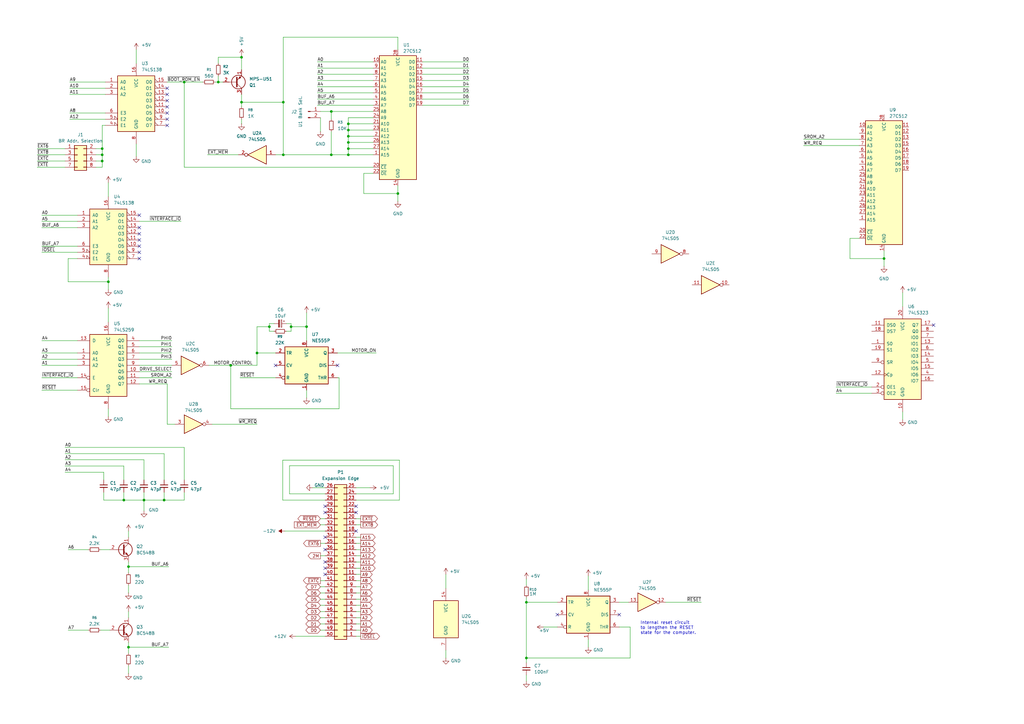
<source format=kicad_sch>
(kicad_sch
	(version 20250114)
	(generator "eeschema")
	(generator_version "9.0")
	(uuid "8d29f76a-632b-4d71-951f-82f85a7a70e9")
	(paper "A3")
	
	(text "Internal reset circuit\nto lengthen the RESET\nstate for the computer."
		(exclude_from_sim no)
		(at 262.636 257.556 0)
		(effects
			(font
				(size 1.27 1.27)
			)
			(justify left)
		)
		(uuid "e745d223-88aa-4c5a-b816-58712752427e")
	)
	(junction
		(at 142.875 58.42)
		(diameter 0)
		(color 0 0 0 0)
		(uuid "01d48d2e-1fc7-421c-8f41-f2b58efc56b7")
	)
	(junction
		(at 125.73 133.985)
		(diameter 0)
		(color 0 0 0 0)
		(uuid "0ad4583d-d8eb-4d76-adb3-c7769060dd3b")
	)
	(junction
		(at 116.205 63.5)
		(diameter 0)
		(color 0 0 0 0)
		(uuid "0d0b96b0-0cac-4be3-8c90-a0bf81720f30")
	)
	(junction
		(at 59.055 205.105)
		(diameter 0)
		(color 0 0 0 0)
		(uuid "119b48f2-1577-4777-acc9-d9aadea8fa44")
	)
	(junction
		(at 142.875 63.5)
		(diameter 0)
		(color 0 0 0 0)
		(uuid "25eda2ea-0d80-4a13-b758-8934df7b1186")
	)
	(junction
		(at 52.705 232.41)
		(diameter 0)
		(color 0 0 0 0)
		(uuid "27f91d6a-493d-4642-8480-98413ca5e9ac")
	)
	(junction
		(at 67.31 205.105)
		(diameter 0)
		(color 0 0 0 0)
		(uuid "29349294-1f3f-4640-b2ab-7410cad4308a")
	)
	(junction
		(at 41.91 60.96)
		(diameter 0)
		(color 0 0 0 0)
		(uuid "33459bfc-78a4-4df1-b7ec-4a599d3afe7a")
	)
	(junction
		(at 215.9 247.015)
		(diameter 0)
		(color 0 0 0 0)
		(uuid "40dbda5b-2943-4ae8-aae3-428a995d9144")
	)
	(junction
		(at 99.06 23.495)
		(diameter 0)
		(color 0 0 0 0)
		(uuid "44b8b299-cb67-4c66-ac52-75c305bb50bd")
	)
	(junction
		(at 52.705 265.43)
		(diameter 0)
		(color 0 0 0 0)
		(uuid "4c902e09-bb10-45d2-b006-d3c03ff5b534")
	)
	(junction
		(at 94.615 149.86)
		(diameter 0)
		(color 0 0 0 0)
		(uuid "6726ab3c-b1c7-4628-9770-80349a61159e")
	)
	(junction
		(at 142.875 53.34)
		(diameter 0)
		(color 0 0 0 0)
		(uuid "70a0373d-7a68-4afc-8cad-95ebda80169a")
	)
	(junction
		(at 50.8 205.105)
		(diameter 0)
		(color 0 0 0 0)
		(uuid "71096d60-8849-4e18-914c-f1c240d1136b")
	)
	(junction
		(at 215.9 269.875)
		(diameter 0)
		(color 0 0 0 0)
		(uuid "76b64b27-7a73-4b08-b213-f17e1f506d47")
	)
	(junction
		(at 99.06 41.91)
		(diameter 0)
		(color 0 0 0 0)
		(uuid "7711e55e-54cb-47ce-b3a8-2e8aa9dd75c5")
	)
	(junction
		(at 142.875 55.88)
		(diameter 0)
		(color 0 0 0 0)
		(uuid "7d515100-46c7-4cf9-8dc0-d23523a18258")
	)
	(junction
		(at 110.49 133.985)
		(diameter 0)
		(color 0 0 0 0)
		(uuid "844b3d42-fc3b-49da-af17-ab85eaa2a916")
	)
	(junction
		(at 116.205 41.91)
		(diameter 0)
		(color 0 0 0 0)
		(uuid "89f9f6ca-003e-4793-9cb6-a3f77b727816")
	)
	(junction
		(at 135.89 63.5)
		(diameter 0)
		(color 0 0 0 0)
		(uuid "8e4b6b92-3ba2-431e-a677-d8a9bcbb4d53")
	)
	(junction
		(at 89.535 33.655)
		(diameter 0)
		(color 0 0 0 0)
		(uuid "96ac1b33-3353-4ec2-8d7e-27f096740b8b")
	)
	(junction
		(at 41.91 66.04)
		(diameter 0)
		(color 0 0 0 0)
		(uuid "975256c0-eea7-4130-a316-bc2c652a05bd")
	)
	(junction
		(at 75.565 33.655)
		(diameter 0)
		(color 0 0 0 0)
		(uuid "a0580710-2a56-4930-b0e3-8d4868c9af5e")
	)
	(junction
		(at 142.875 50.8)
		(diameter 0)
		(color 0 0 0 0)
		(uuid "a8cfcd6c-4a47-461e-ab71-a6313b01b830")
	)
	(junction
		(at 44.45 115.57)
		(diameter 0)
		(color 0 0 0 0)
		(uuid "ab38b081-8964-496f-b78f-e3ea79d878ab")
	)
	(junction
		(at 119.38 133.985)
		(diameter 0)
		(color 0 0 0 0)
		(uuid "b5e679c8-0b74-4cdb-822e-7f1029921114")
	)
	(junction
		(at 135.89 45.72)
		(diameter 0)
		(color 0 0 0 0)
		(uuid "bdd0c0c9-466f-4590-9c94-69cb2bee5205")
	)
	(junction
		(at 163.195 79.375)
		(diameter 0)
		(color 0 0 0 0)
		(uuid "c1efaf1e-1e6a-4dc9-a690-69ecbc5a62b7")
	)
	(junction
		(at 142.875 60.96)
		(diameter 0)
		(color 0 0 0 0)
		(uuid "ccd3b3fb-013e-44c1-a428-6e3d38fb7d80")
	)
	(junction
		(at 105.41 144.78)
		(diameter 0)
		(color 0 0 0 0)
		(uuid "d64566e5-16a1-4196-a6d8-aa6eacebbd53")
	)
	(junction
		(at 41.91 63.5)
		(diameter 0)
		(color 0 0 0 0)
		(uuid "e91705e5-87a1-4a8f-b2de-53f43f1d346d")
	)
	(junction
		(at 362.585 106.045)
		(diameter 0)
		(color 0 0 0 0)
		(uuid "f91e9a1a-ea15-4d90-8a96-456092900d96")
	)
	(no_connect
		(at 68.58 41.275)
		(uuid "067ea82d-6d0a-41b4-9657-6bdac6e9eb80")
	)
	(no_connect
		(at 146.05 207.645)
		(uuid "09cb5ca2-f037-4767-bd4d-094c054413ca")
	)
	(no_connect
		(at 133.35 210.185)
		(uuid "0c808b20-1ba0-487f-bde6-631fcdf86992")
	)
	(no_connect
		(at 57.15 88.265)
		(uuid "2be33c63-521d-4fe9-9f17-dc1c2f289eb5")
	)
	(no_connect
		(at 133.35 233.045)
		(uuid "3df9b39c-f7bd-4e28-98f6-f2a8b555dccf")
	)
	(no_connect
		(at 138.43 149.86)
		(uuid "4019daaa-d175-4716-8904-09d06bfedf61")
	)
	(no_connect
		(at 57.15 93.345)
		(uuid "47fcd414-e92f-454d-8cf9-c819bab47b66")
	)
	(no_connect
		(at 57.15 98.425)
		(uuid "56e466e4-ae50-4c52-8452-ae5cc1b8263c")
	)
	(no_connect
		(at 57.15 100.965)
		(uuid "5d6d6ff6-70a1-4d08-88e4-fa16cf588d6d")
	)
	(no_connect
		(at 133.35 230.505)
		(uuid "5ea4b0f4-536a-4279-ac4c-04203f194641")
	)
	(no_connect
		(at 382.905 133.35)
		(uuid "6fd9fb94-f55c-448d-a789-2a7842985975")
	)
	(no_connect
		(at 146.05 210.185)
		(uuid "74c89753-aa43-46ac-82d6-f1c8035f7dc9")
	)
	(no_connect
		(at 133.35 225.425)
		(uuid "7f40a9b2-6015-430a-bf2e-e9397fb5675f")
	)
	(no_connect
		(at 133.35 207.645)
		(uuid "845f3c28-3ea3-4169-9f2b-9dd6d4e7a7f3")
	)
	(no_connect
		(at 57.15 103.505)
		(uuid "9ef8bd9e-b12c-49f5-b98a-096bd80c74df")
	)
	(no_connect
		(at 113.03 149.86)
		(uuid "a0e144d6-8394-4634-b8c0-13443b681e9b")
	)
	(no_connect
		(at 68.58 36.195)
		(uuid "a2180a0c-4386-4f2f-877c-d958ae4abb84")
	)
	(no_connect
		(at 146.05 217.805)
		(uuid "a65c5215-f32e-4281-a70d-d2e04994f325")
	)
	(no_connect
		(at 68.58 51.435)
		(uuid "c1d01b7b-1950-4bfc-9899-1fae010e0993")
	)
	(no_connect
		(at 254 252.095)
		(uuid "c2c29870-2008-4e2a-806d-97bfaa7dc01c")
	)
	(no_connect
		(at 68.58 43.815)
		(uuid "c6278f2b-666c-49ae-9735-14eae2db2129")
	)
	(no_connect
		(at 133.35 235.585)
		(uuid "cc97dbf1-a437-4548-ac8f-50dfd2b59e4a")
	)
	(no_connect
		(at 68.58 38.735)
		(uuid "cca9f809-efdf-454d-96d8-f6ab624b5dba")
	)
	(no_connect
		(at 57.15 106.045)
		(uuid "dbab1e1a-9050-44a4-99e0-1957778be5a1")
	)
	(no_connect
		(at 57.15 95.885)
		(uuid "df2d788d-d649-48d0-8944-78906433eea5")
	)
	(no_connect
		(at 133.35 220.345)
		(uuid "dfa21c67-ce2b-471f-aa3e-6773bee1e862")
	)
	(no_connect
		(at 228.6 252.095)
		(uuid "e1f2f072-03fc-46d6-8e15-2d176b03105e")
	)
	(no_connect
		(at 68.58 48.895)
		(uuid "eb444ecb-0cb7-40c7-86ab-911c11f00b8d")
	)
	(no_connect
		(at 68.58 46.355)
		(uuid "f66c9e88-bf82-4e44-ad05-32d4017aa917")
	)
	(wire
		(pts
			(xy 142.875 50.8) (xy 142.875 53.34)
		)
		(stroke
			(width 0)
			(type default)
		)
		(uuid "00b930ef-d699-4938-9298-7fe3fab82ce3")
	)
	(wire
		(pts
			(xy 135.89 45.72) (xy 153.035 45.72)
		)
		(stroke
			(width 0)
			(type default)
		)
		(uuid "028d1575-8ddf-4806-9f1a-6287453b109d")
	)
	(wire
		(pts
			(xy 28.575 36.195) (xy 43.18 36.195)
		)
		(stroke
			(width 0)
			(type default)
		)
		(uuid "0372d352-2b15-4522-a99d-9b308d4b21f3")
	)
	(wire
		(pts
			(xy 17.145 139.7) (xy 31.75 139.7)
		)
		(stroke
			(width 0)
			(type default)
		)
		(uuid "039a2e32-68db-4694-b448-624d154c05e9")
	)
	(wire
		(pts
			(xy 75.565 68.58) (xy 153.035 68.58)
		)
		(stroke
			(width 0)
			(type default)
		)
		(uuid "04e6b08f-47ff-48f0-902f-06b34a473080")
	)
	(wire
		(pts
			(xy 348.615 106.045) (xy 362.585 106.045)
		)
		(stroke
			(width 0)
			(type default)
		)
		(uuid "06bdde11-6dee-4378-a384-717d3d6dc89e")
	)
	(wire
		(pts
			(xy 130.175 27.94) (xy 153.035 27.94)
		)
		(stroke
			(width 0)
			(type default)
		)
		(uuid "06dfb504-daaa-4f2d-add6-242c3dcfd022")
	)
	(wire
		(pts
			(xy 116.205 63.5) (xy 135.89 63.5)
		)
		(stroke
			(width 0)
			(type default)
		)
		(uuid "07a57c33-fad4-4128-b302-7327187962f9")
	)
	(wire
		(pts
			(xy 118.745 191.008) (xy 118.745 202.565)
		)
		(stroke
			(width 0)
			(type default)
		)
		(uuid "07f2b615-5605-464c-80d8-11014832cdd0")
	)
	(wire
		(pts
			(xy 153.035 53.34) (xy 142.875 53.34)
		)
		(stroke
			(width 0)
			(type default)
		)
		(uuid "09a8356f-2fba-4704-b2da-93686ba37f38")
	)
	(wire
		(pts
			(xy 52.705 217.805) (xy 52.705 220.345)
		)
		(stroke
			(width 0)
			(type default)
		)
		(uuid "0bd7c1b6-5474-4cf3-a3b0-4b7fedb307c1")
	)
	(wire
		(pts
			(xy 146.05 250.825) (xy 147.955 250.825)
		)
		(stroke
			(width 0)
			(type default)
		)
		(uuid "0cd9d382-dd16-4687-ae20-27db55c4969f")
	)
	(wire
		(pts
			(xy 44.45 80.645) (xy 44.45 74.93)
		)
		(stroke
			(width 0)
			(type default)
		)
		(uuid "0d2d1b70-207a-40d0-8af1-3fa7ae681a58")
	)
	(wire
		(pts
			(xy 138.43 144.78) (xy 154.305 144.78)
		)
		(stroke
			(width 0)
			(type default)
		)
		(uuid "0d44a262-6871-4949-987e-f6d3ba128c01")
	)
	(wire
		(pts
			(xy 287.655 247.015) (xy 273.05 247.015)
		)
		(stroke
			(width 0)
			(type default)
		)
		(uuid "0de99fb5-5ab8-494d-b920-e72d503bb047")
	)
	(wire
		(pts
			(xy 75.565 183.515) (xy 75.565 196.85)
		)
		(stroke
			(width 0)
			(type default)
		)
		(uuid "0e7ddf80-563f-4769-838e-ac02c33390de")
	)
	(wire
		(pts
			(xy 117.475 132.715) (xy 119.38 132.715)
		)
		(stroke
			(width 0)
			(type default)
		)
		(uuid "0ea2b116-c302-4cea-badf-7244a2290c05")
	)
	(wire
		(pts
			(xy 17.145 93.345) (xy 31.75 93.345)
		)
		(stroke
			(width 0)
			(type default)
		)
		(uuid "0eeabcd7-348c-496c-bf89-9efee8011e76")
	)
	(wire
		(pts
			(xy 342.9 158.75) (xy 357.505 158.75)
		)
		(stroke
			(width 0)
			(type default)
		)
		(uuid "0f6fc622-5089-456c-b821-6d09fa8b971e")
	)
	(wire
		(pts
			(xy 146.05 222.885) (xy 147.955 222.885)
		)
		(stroke
			(width 0)
			(type default)
		)
		(uuid "11530c3b-e92a-4222-8587-26beff227523")
	)
	(wire
		(pts
			(xy 17.145 147.32) (xy 31.75 147.32)
		)
		(stroke
			(width 0)
			(type default)
		)
		(uuid "11c1f889-0782-419a-9274-a5f46e7a77d6")
	)
	(wire
		(pts
			(xy 173.355 38.1) (xy 192.405 38.1)
		)
		(stroke
			(width 0)
			(type default)
		)
		(uuid "12110a36-4fab-4ea9-a3d2-963884a4db6c")
	)
	(wire
		(pts
			(xy 161.29 191.008) (xy 118.745 191.008)
		)
		(stroke
			(width 0)
			(type default)
		)
		(uuid "12ae0546-56ce-4946-ae78-a3f728f0fec8")
	)
	(wire
		(pts
			(xy 241.3 236.22) (xy 241.3 241.935)
		)
		(stroke
			(width 0)
			(type default)
		)
		(uuid "1320c740-cd0e-45be-9982-187011c3cf9b")
	)
	(wire
		(pts
			(xy 17.145 144.78) (xy 31.75 144.78)
		)
		(stroke
			(width 0)
			(type default)
		)
		(uuid "1347fb1c-05d5-4bce-ad58-525ca10c9c45")
	)
	(wire
		(pts
			(xy 55.88 26.035) (xy 55.88 20.32)
		)
		(stroke
			(width 0)
			(type default)
		)
		(uuid "137a59a7-d598-4881-b97f-46f227b75fef")
	)
	(wire
		(pts
			(xy 142.875 48.26) (xy 142.875 50.8)
		)
		(stroke
			(width 0)
			(type default)
		)
		(uuid "13e240cc-e045-44db-aad9-be7c942869ad")
	)
	(wire
		(pts
			(xy 142.875 60.96) (xy 142.875 63.5)
		)
		(stroke
			(width 0)
			(type default)
		)
		(uuid "14b10178-dc8e-43b4-93a3-db26bee0e398")
	)
	(wire
		(pts
			(xy 115.951 205.105) (xy 133.35 205.105)
		)
		(stroke
			(width 0)
			(type default)
		)
		(uuid "151c7a5c-1632-4466-9a42-660310eb7d64")
	)
	(wire
		(pts
			(xy 131.445 227.965) (xy 133.35 227.965)
		)
		(stroke
			(width 0)
			(type default)
		)
		(uuid "15b9b2c6-c334-4e36-8e4f-94f73fcd7630")
	)
	(wire
		(pts
			(xy 99.06 41.91) (xy 99.06 43.815)
		)
		(stroke
			(width 0)
			(type default)
		)
		(uuid "161d0a44-9055-44c3-8b4b-49f9ee93aff1")
	)
	(wire
		(pts
			(xy 146.05 215.265) (xy 147.955 215.265)
		)
		(stroke
			(width 0)
			(type default)
		)
		(uuid "16401bde-830b-4199-83e6-9779a594a4d2")
	)
	(wire
		(pts
			(xy 329.565 57.15) (xy 352.425 57.15)
		)
		(stroke
			(width 0)
			(type default)
		)
		(uuid "167b6547-428e-4b78-b4bb-57b14e6b8bb4")
	)
	(wire
		(pts
			(xy 131.445 253.365) (xy 133.35 253.365)
		)
		(stroke
			(width 0)
			(type default)
		)
		(uuid "17982d4b-6e11-43bc-b285-ce88a4c766c4")
	)
	(wire
		(pts
			(xy 89.535 31.115) (xy 89.535 33.655)
		)
		(stroke
			(width 0)
			(type default)
		)
		(uuid "17b7681b-e633-43fc-a18a-0ddee7df8334")
	)
	(wire
		(pts
			(xy 153.035 63.5) (xy 142.875 63.5)
		)
		(stroke
			(width 0)
			(type default)
		)
		(uuid "17c0f294-6f59-420f-a498-046a3788627d")
	)
	(wire
		(pts
			(xy 44.45 132.08) (xy 44.45 126.365)
		)
		(stroke
			(width 0)
			(type default)
		)
		(uuid "181dc5f1-5c34-47c5-ae2d-02186a1e3414")
	)
	(wire
		(pts
			(xy 39.37 60.96) (xy 41.91 60.96)
		)
		(stroke
			(width 0)
			(type default)
		)
		(uuid "18798bd8-534d-4d88-aa33-c34029bcb2d6")
	)
	(wire
		(pts
			(xy 26.67 193.675) (xy 42.545 193.675)
		)
		(stroke
			(width 0)
			(type default)
		)
		(uuid "1b654f03-7664-444c-badc-996edbde7bfc")
	)
	(wire
		(pts
			(xy 146.05 248.285) (xy 147.955 248.285)
		)
		(stroke
			(width 0)
			(type default)
		)
		(uuid "1bdb2ec4-0b54-486d-ab8a-3a3cf73fc46f")
	)
	(wire
		(pts
			(xy 163.83 205.105) (xy 163.83 188.722)
		)
		(stroke
			(width 0)
			(type default)
		)
		(uuid "203d27a7-ebba-4d12-badd-bc5fc73a868a")
	)
	(wire
		(pts
			(xy 99.06 48.895) (xy 99.06 50.8)
		)
		(stroke
			(width 0)
			(type default)
		)
		(uuid "21841d3e-9963-449b-9217-31c730563b74")
	)
	(wire
		(pts
			(xy 43.18 51.435) (xy 41.91 51.435)
		)
		(stroke
			(width 0)
			(type default)
		)
		(uuid "21a6df2d-d137-446a-99d5-38aec9f76e17")
	)
	(wire
		(pts
			(xy 182.88 241.3) (xy 182.88 235.585)
		)
		(stroke
			(width 0)
			(type default)
		)
		(uuid "229b99e3-e197-4a06-9a3f-0ec14bce2091")
	)
	(wire
		(pts
			(xy 17.145 88.265) (xy 31.75 88.265)
		)
		(stroke
			(width 0)
			(type default)
		)
		(uuid "23d03d7f-3fa3-4262-94ef-c7d67723f473")
	)
	(wire
		(pts
			(xy 146.05 240.665) (xy 147.955 240.665)
		)
		(stroke
			(width 0)
			(type default)
		)
		(uuid "25d35aca-2b44-482d-a9c6-cd18913cbaf2")
	)
	(wire
		(pts
			(xy 52.705 250.825) (xy 52.705 253.365)
		)
		(stroke
			(width 0)
			(type default)
		)
		(uuid "29947b21-19f9-4dea-afde-98ba13f39b07")
	)
	(wire
		(pts
			(xy 128.27 200.025) (xy 133.35 200.025)
		)
		(stroke
			(width 0)
			(type default)
		)
		(uuid "2a61f7db-2c66-4b9e-b2b0-91ca8c97dee9")
	)
	(wire
		(pts
			(xy 146.05 235.585) (xy 147.955 235.585)
		)
		(stroke
			(width 0)
			(type default)
		)
		(uuid "2ab04268-d2c1-443d-9da8-f95d2b922db2")
	)
	(wire
		(pts
			(xy 41.91 66.04) (xy 41.91 68.58)
		)
		(stroke
			(width 0)
			(type default)
		)
		(uuid "2c6ab259-f194-44c0-847e-8e1b0ea7f876")
	)
	(wire
		(pts
			(xy 44.45 118.745) (xy 44.45 115.57)
		)
		(stroke
			(width 0)
			(type default)
		)
		(uuid "2cfef103-2bfc-450e-addc-725ce57e70bc")
	)
	(wire
		(pts
			(xy 149.225 71.12) (xy 149.225 79.375)
		)
		(stroke
			(width 0)
			(type default)
		)
		(uuid "2df966cc-2b81-4d1e-a11e-3e09c4187e92")
	)
	(wire
		(pts
			(xy 75.565 33.655) (xy 83.185 33.655)
		)
		(stroke
			(width 0)
			(type default)
		)
		(uuid "2eedc8d3-ab80-4b32-86f1-5373fe2d01ad")
	)
	(wire
		(pts
			(xy 131.445 243.205) (xy 133.35 243.205)
		)
		(stroke
			(width 0)
			(type default)
		)
		(uuid "2f250031-cd09-4dcd-a85f-5ef9ad5a6c05")
	)
	(wire
		(pts
			(xy 42.545 201.93) (xy 42.545 205.105)
		)
		(stroke
			(width 0)
			(type default)
		)
		(uuid "30b48cb1-c917-43bc-a391-49b170fb8b4f")
	)
	(wire
		(pts
			(xy 28.575 33.655) (xy 43.18 33.655)
		)
		(stroke
			(width 0)
			(type default)
		)
		(uuid "32ebe881-783b-4267-a979-85a0df767077")
	)
	(wire
		(pts
			(xy 39.37 63.5) (xy 41.91 63.5)
		)
		(stroke
			(width 0)
			(type default)
		)
		(uuid "33d24365-71fa-4944-86cf-cdb5c082970f")
	)
	(wire
		(pts
			(xy 153.035 60.96) (xy 142.875 60.96)
		)
		(stroke
			(width 0)
			(type default)
		)
		(uuid "354c46bf-479b-4cd6-8d12-18e67378f9da")
	)
	(wire
		(pts
			(xy 130.175 33.02) (xy 153.035 33.02)
		)
		(stroke
			(width 0)
			(type default)
		)
		(uuid "3559a3b7-6e34-4348-9046-05da7a766a55")
	)
	(wire
		(pts
			(xy 110.49 133.985) (xy 110.49 135.89)
		)
		(stroke
			(width 0)
			(type default)
		)
		(uuid "356394c8-8be9-4f76-a468-a35cea541327")
	)
	(wire
		(pts
			(xy 146.05 253.365) (xy 147.955 253.365)
		)
		(stroke
			(width 0)
			(type default)
		)
		(uuid "35ee101e-87d7-4b57-ab93-1eb6551f657b")
	)
	(wire
		(pts
			(xy 146.05 260.985) (xy 147.955 260.985)
		)
		(stroke
			(width 0)
			(type default)
		)
		(uuid "36320a72-48da-4e36-8f3e-297e7299917f")
	)
	(wire
		(pts
			(xy 26.67 188.595) (xy 59.055 188.595)
		)
		(stroke
			(width 0)
			(type default)
		)
		(uuid "3694733d-86af-46a1-8dc1-456788fd8d63")
	)
	(wire
		(pts
			(xy 139.065 167.64) (xy 94.615 167.64)
		)
		(stroke
			(width 0)
			(type default)
		)
		(uuid "38391f55-1090-4ec8-a25b-ece190feb46f")
	)
	(wire
		(pts
			(xy 352.425 97.79) (xy 348.615 97.79)
		)
		(stroke
			(width 0)
			(type default)
		)
		(uuid "3a121df1-4384-4829-b0fd-d404e6f09046")
	)
	(wire
		(pts
			(xy 125.73 128.27) (xy 125.73 133.985)
		)
		(stroke
			(width 0)
			(type default)
		)
		(uuid "3a95493b-7484-4346-9882-fb2bcd0208e9")
	)
	(wire
		(pts
			(xy 215.9 276.86) (xy 215.9 279.4)
		)
		(stroke
			(width 0)
			(type default)
		)
		(uuid "3df7056d-195e-414b-ad76-ef2667280e73")
	)
	(wire
		(pts
			(xy 31.75 106.045) (xy 27.94 106.045)
		)
		(stroke
			(width 0)
			(type default)
		)
		(uuid "3fff86d1-0215-40f2-b4f5-1d9d13e46f2d")
	)
	(wire
		(pts
			(xy 163.195 15.24) (xy 116.205 15.24)
		)
		(stroke
			(width 0)
			(type default)
		)
		(uuid "4196cbba-2973-4cb2-a76a-dc0b2a7f6eb3")
	)
	(wire
		(pts
			(xy 153.035 55.88) (xy 142.875 55.88)
		)
		(stroke
			(width 0)
			(type default)
		)
		(uuid "41a8ff62-2046-4fd2-845e-ad564c5185c0")
	)
	(wire
		(pts
			(xy 110.49 135.89) (xy 112.395 135.89)
		)
		(stroke
			(width 0)
			(type default)
		)
		(uuid "48a047e9-1f5e-45b7-bd1a-7b9d1d79dc86")
	)
	(wire
		(pts
			(xy 59.055 205.105) (xy 59.055 209.55)
		)
		(stroke
			(width 0)
			(type default)
		)
		(uuid "4901b3ad-5dc8-4e8e-85f5-a46cc078a23e")
	)
	(wire
		(pts
			(xy 28.575 38.735) (xy 43.18 38.735)
		)
		(stroke
			(width 0)
			(type default)
		)
		(uuid "490d48b1-f053-4697-8c4f-7354f1c4942b")
	)
	(wire
		(pts
			(xy 113.03 63.5) (xy 116.205 63.5)
		)
		(stroke
			(width 0)
			(type default)
		)
		(uuid "49a0cf47-be00-4eb0-a74c-1952d5948619")
	)
	(wire
		(pts
			(xy 241.3 265.43) (xy 241.3 262.255)
		)
		(stroke
			(width 0)
			(type default)
		)
		(uuid "4dea31ec-81e4-4832-b049-0166d52c0a76")
	)
	(wire
		(pts
			(xy 131.445 238.125) (xy 133.35 238.125)
		)
		(stroke
			(width 0)
			(type default)
		)
		(uuid "4faa7985-0186-4e99-b44b-c38c9bbb3ee9")
	)
	(wire
		(pts
			(xy 44.45 115.57) (xy 44.45 113.665)
		)
		(stroke
			(width 0)
			(type default)
		)
		(uuid "5027c0f5-3385-4cf5-a58c-1f5e98487041")
	)
	(wire
		(pts
			(xy 131.445 245.745) (xy 133.35 245.745)
		)
		(stroke
			(width 0)
			(type default)
		)
		(uuid "50614a38-6480-4f87-98cc-9f11de71a2bd")
	)
	(wire
		(pts
			(xy 110.49 132.715) (xy 110.49 133.985)
		)
		(stroke
			(width 0)
			(type default)
		)
		(uuid "506c55e2-080c-4104-90ce-2ba3d9f9437b")
	)
	(wire
		(pts
			(xy 258.445 269.875) (xy 215.9 269.875)
		)
		(stroke
			(width 0)
			(type default)
		)
		(uuid "52d72e79-91a6-440a-be37-b2a4392b419e")
	)
	(wire
		(pts
			(xy 85.09 63.5) (xy 97.79 63.5)
		)
		(stroke
			(width 0)
			(type default)
		)
		(uuid "531236f9-7668-4b77-9f03-d5c4d0bfea5c")
	)
	(wire
		(pts
			(xy 26.67 183.515) (xy 75.565 183.515)
		)
		(stroke
			(width 0)
			(type default)
		)
		(uuid "53436af9-f1c5-4c5b-9a19-85985208e0e2")
	)
	(wire
		(pts
			(xy 146.05 258.445) (xy 147.955 258.445)
		)
		(stroke
			(width 0)
			(type default)
		)
		(uuid "568e7785-c5b9-4059-9643-5fbc6eaade3b")
	)
	(wire
		(pts
			(xy 50.8 191.135) (xy 50.8 196.85)
		)
		(stroke
			(width 0)
			(type default)
		)
		(uuid "568f02af-84ae-47cd-ae39-8c553b93519e")
	)
	(wire
		(pts
			(xy 153.035 50.8) (xy 142.875 50.8)
		)
		(stroke
			(width 0)
			(type default)
		)
		(uuid "586bfb2a-e810-42cc-b024-bcbecedd38f3")
	)
	(wire
		(pts
			(xy 28.575 48.895) (xy 43.18 48.895)
		)
		(stroke
			(width 0)
			(type default)
		)
		(uuid "592a6608-e914-455a-a672-a13f5e90cb0d")
	)
	(wire
		(pts
			(xy 348.615 97.79) (xy 348.615 106.045)
		)
		(stroke
			(width 0)
			(type default)
		)
		(uuid "597456b4-79e1-4f0f-81f5-89662977ed82")
	)
	(wire
		(pts
			(xy 27.94 225.425) (xy 36.195 225.425)
		)
		(stroke
			(width 0)
			(type default)
		)
		(uuid "5bcb0dc6-e631-44cb-84ba-13e6a1ffd1f7")
	)
	(wire
		(pts
			(xy 105.41 144.78) (xy 105.41 149.86)
		)
		(stroke
			(width 0)
			(type default)
		)
		(uuid "5d83f044-9394-4256-afc9-db78e5f3719f")
	)
	(wire
		(pts
			(xy 115.951 188.722) (xy 115.951 205.105)
		)
		(stroke
			(width 0)
			(type default)
		)
		(uuid "5dc6b905-8c81-4f61-a027-da94067e26a0")
	)
	(wire
		(pts
			(xy 163.195 20.32) (xy 163.195 15.24)
		)
		(stroke
			(width 0)
			(type default)
		)
		(uuid "5fd3da55-3230-40c9-be5c-74c7a33e6c37")
	)
	(wire
		(pts
			(xy 135.89 63.5) (xy 142.875 63.5)
		)
		(stroke
			(width 0)
			(type default)
		)
		(uuid "604dc9a7-75f7-4abf-8d52-2ff49d51fe7b")
	)
	(wire
		(pts
			(xy 254 257.175) (xy 258.445 257.175)
		)
		(stroke
			(width 0)
			(type default)
		)
		(uuid "633fc568-ca5f-4cbc-a998-af43cc8dfa46")
	)
	(wire
		(pts
			(xy 215.9 247.015) (xy 228.6 247.015)
		)
		(stroke
			(width 0)
			(type default)
		)
		(uuid "65774efb-3f45-4361-b7be-5d4f5f372f47")
	)
	(wire
		(pts
			(xy 161.29 202.565) (xy 161.29 191.008)
		)
		(stroke
			(width 0)
			(type default)
		)
		(uuid "6771efae-95cf-4487-be0a-fa7f4be4608a")
	)
	(wire
		(pts
			(xy 112.395 132.715) (xy 110.49 132.715)
		)
		(stroke
			(width 0)
			(type default)
		)
		(uuid "680fd1f6-aaed-42ba-938b-a87dfc15ffaf")
	)
	(wire
		(pts
			(xy 142.875 55.88) (xy 142.875 58.42)
		)
		(stroke
			(width 0)
			(type default)
		)
		(uuid "699b8ab7-09c8-4085-98fd-cd026e035585")
	)
	(wire
		(pts
			(xy 153.035 58.42) (xy 142.875 58.42)
		)
		(stroke
			(width 0)
			(type default)
		)
		(uuid "69db8330-1848-4c7d-b684-039e3999543a")
	)
	(wire
		(pts
			(xy 57.15 139.7) (xy 70.485 139.7)
		)
		(stroke
			(width 0)
			(type default)
		)
		(uuid "6b063f0c-1552-4ab5-bb68-9a966d79b079")
	)
	(wire
		(pts
			(xy 135.89 48.895) (xy 135.89 45.72)
		)
		(stroke
			(width 0)
			(type default)
		)
		(uuid "6c901aca-2020-4c1f-9402-d794e8f3fe71")
	)
	(wire
		(pts
			(xy 41.91 60.96) (xy 41.91 63.5)
		)
		(stroke
			(width 0)
			(type default)
		)
		(uuid "6c963ff3-bd07-4aac-be9d-f6c4800c2195")
	)
	(wire
		(pts
			(xy 44.45 170.815) (xy 44.45 167.64)
		)
		(stroke
			(width 0)
			(type default)
		)
		(uuid "6d8f5813-5c5e-490d-9b15-efbe99c89e37")
	)
	(wire
		(pts
			(xy 105.41 133.985) (xy 105.41 144.78)
		)
		(stroke
			(width 0)
			(type default)
		)
		(uuid "707adba0-4bff-455b-a6dc-bf42cb6a9326")
	)
	(wire
		(pts
			(xy 26.67 186.055) (xy 67.31 186.055)
		)
		(stroke
			(width 0)
			(type default)
		)
		(uuid "71b46cd7-7ba5-4e6e-af88-0a8a758e4906")
	)
	(wire
		(pts
			(xy 139.065 154.94) (xy 139.065 167.64)
		)
		(stroke
			(width 0)
			(type default)
		)
		(uuid "72280539-8a7e-43d5-ae2b-da914e0be411")
	)
	(wire
		(pts
			(xy 131.445 240.665) (xy 133.35 240.665)
		)
		(stroke
			(width 0)
			(type default)
		)
		(uuid "725bffae-5de0-4640-965f-640141a71ae9")
	)
	(wire
		(pts
			(xy 50.8 201.93) (xy 50.8 205.105)
		)
		(stroke
			(width 0)
			(type default)
		)
		(uuid "72f42fec-38bd-4cfb-9cd9-34c81fca0308")
	)
	(wire
		(pts
			(xy 15.24 68.58) (xy 26.67 68.58)
		)
		(stroke
			(width 0)
			(type default)
		)
		(uuid "74512bc5-9132-4e7d-a42a-9db378710d27")
	)
	(wire
		(pts
			(xy 75.565 205.105) (xy 75.565 201.93)
		)
		(stroke
			(width 0)
			(type default)
		)
		(uuid "74c9d810-ea8f-452a-9fd3-2337434b7836")
	)
	(wire
		(pts
			(xy 113.03 144.78) (xy 105.41 144.78)
		)
		(stroke
			(width 0)
			(type default)
		)
		(uuid "758c60fa-bfa0-4918-95ed-f855ec1a5f77")
	)
	(wire
		(pts
			(xy 131.445 255.905) (xy 133.35 255.905)
		)
		(stroke
			(width 0)
			(type default)
		)
		(uuid "75cc97bb-2ee9-4b10-ba4a-ece6593cb1be")
	)
	(wire
		(pts
			(xy 121.285 260.985) (xy 133.35 260.985)
		)
		(stroke
			(width 0)
			(type default)
		)
		(uuid "7681ddee-2938-4e36-a2fd-18aef84be339")
	)
	(wire
		(pts
			(xy 215.9 269.875) (xy 215.9 247.015)
		)
		(stroke
			(width 0)
			(type default)
		)
		(uuid "77784833-0d85-481d-a6cc-04b516765d89")
	)
	(wire
		(pts
			(xy 163.195 79.375) (xy 163.195 82.55)
		)
		(stroke
			(width 0)
			(type default)
		)
		(uuid "796d7324-1a11-4fba-9c27-5b4438d23fd1")
	)
	(wire
		(pts
			(xy 41.91 51.435) (xy 41.91 60.96)
		)
		(stroke
			(width 0)
			(type default)
		)
		(uuid "7a107b3c-7620-4db3-a25a-b8bb349be3fe")
	)
	(wire
		(pts
			(xy 329.565 59.69) (xy 352.425 59.69)
		)
		(stroke
			(width 0)
			(type default)
		)
		(uuid "7b3d0782-4e58-4eeb-9781-d3f194d15c75")
	)
	(wire
		(pts
			(xy 146.05 220.345) (xy 147.955 220.345)
		)
		(stroke
			(width 0)
			(type default)
		)
		(uuid "7d1c51e5-11f3-42a0-8b7f-7ff383ed264d")
	)
	(wire
		(pts
			(xy 130.175 43.18) (xy 153.035 43.18)
		)
		(stroke
			(width 0)
			(type default)
		)
		(uuid "7ef3231d-f5ed-478d-8ed6-7c30ed2e2de9")
	)
	(wire
		(pts
			(xy 119.38 132.715) (xy 119.38 133.985)
		)
		(stroke
			(width 0)
			(type default)
		)
		(uuid "80644203-875f-44d0-b2c6-941dd3854dd2")
	)
	(wire
		(pts
			(xy 119.38 133.985) (xy 119.38 135.89)
		)
		(stroke
			(width 0)
			(type default)
		)
		(uuid "80dd9f19-8ba2-4076-a59c-55df0a0d4748")
	)
	(wire
		(pts
			(xy 75.565 68.58) (xy 75.565 33.655)
		)
		(stroke
			(width 0)
			(type default)
		)
		(uuid "8206c782-889e-40b2-aad4-6c4c9ca051e0")
	)
	(wire
		(pts
			(xy 182.88 269.875) (xy 182.88 266.7)
		)
		(stroke
			(width 0)
			(type default)
		)
		(uuid "8366a0ec-690d-4c93-a339-19b92216f006")
	)
	(wire
		(pts
			(xy 27.94 258.445) (xy 36.195 258.445)
		)
		(stroke
			(width 0)
			(type default)
		)
		(uuid "84167642-c164-4c17-8df4-e3af0cf3727a")
	)
	(wire
		(pts
			(xy 362.585 106.045) (xy 362.585 109.22)
		)
		(stroke
			(width 0)
			(type default)
		)
		(uuid "852fbbde-0ee0-4cd1-8ed3-13c5fb2e5c86")
	)
	(wire
		(pts
			(xy 258.445 257.175) (xy 258.445 269.875)
		)
		(stroke
			(width 0)
			(type default)
		)
		(uuid "8558f113-27aa-4a4b-a046-46e54b280d59")
	)
	(wire
		(pts
			(xy 146.05 225.425) (xy 147.955 225.425)
		)
		(stroke
			(width 0)
			(type default)
		)
		(uuid "862b098f-dcdb-48a4-bee5-f7ec9ee0bf6b")
	)
	(wire
		(pts
			(xy 215.9 269.875) (xy 215.9 271.78)
		)
		(stroke
			(width 0)
			(type default)
		)
		(uuid "862bb233-2128-455c-8939-16e91ac6c9de")
	)
	(wire
		(pts
			(xy 68.58 157.48) (xy 68.58 173.99)
		)
		(stroke
			(width 0)
			(type default)
		)
		(uuid "876754f3-ec8c-4858-bf78-320dada86901")
	)
	(wire
		(pts
			(xy 17.145 154.94) (xy 31.75 154.94)
		)
		(stroke
			(width 0)
			(type default)
		)
		(uuid "88a0ff0c-da3a-430f-a152-0603fdde9b8a")
	)
	(wire
		(pts
			(xy 173.355 27.94) (xy 192.405 27.94)
		)
		(stroke
			(width 0)
			(type default)
		)
		(uuid "89af6f40-ed08-42fd-b7ef-f51e1ba661d3")
	)
	(wire
		(pts
			(xy 52.705 265.43) (xy 52.705 267.97)
		)
		(stroke
			(width 0)
			(type default)
		)
		(uuid "8aafc43f-f236-4215-abb9-1e87f612ed97")
	)
	(wire
		(pts
			(xy 146.05 202.565) (xy 161.29 202.565)
		)
		(stroke
			(width 0)
			(type default)
		)
		(uuid "8bec9080-3486-4c8c-be5a-ba6894140cfa")
	)
	(wire
		(pts
			(xy 17.145 100.965) (xy 31.75 100.965)
		)
		(stroke
			(width 0)
			(type default)
		)
		(uuid "8d275bf9-0ee8-43a3-af5d-161f15f0aa8a")
	)
	(wire
		(pts
			(xy 39.37 68.58) (xy 41.91 68.58)
		)
		(stroke
			(width 0)
			(type default)
		)
		(uuid "8e7c41ad-83f7-4142-8030-246fa950a6e1")
	)
	(wire
		(pts
			(xy 138.43 154.94) (xy 139.065 154.94)
		)
		(stroke
			(width 0)
			(type default)
		)
		(uuid "8f777fc2-4b95-4d4b-8ced-e3d57933dfb4")
	)
	(wire
		(pts
			(xy 52.705 232.41) (xy 52.705 234.95)
		)
		(stroke
			(width 0)
			(type default)
		)
		(uuid "908ade44-6b8e-41c7-9373-81f914391b52")
	)
	(wire
		(pts
			(xy 130.175 25.4) (xy 153.035 25.4)
		)
		(stroke
			(width 0)
			(type default)
		)
		(uuid "91c66822-7e06-4bca-a878-eed05e1846cc")
	)
	(wire
		(pts
			(xy 131.445 222.885) (xy 133.35 222.885)
		)
		(stroke
			(width 0)
			(type default)
		)
		(uuid "92229e3a-a04c-4b2f-897b-61be92d999c5")
	)
	(wire
		(pts
			(xy 254 247.015) (xy 257.81 247.015)
		)
		(stroke
			(width 0)
			(type default)
		)
		(uuid "922aa033-b898-4885-a474-3705339d3d9b")
	)
	(wire
		(pts
			(xy 99.06 41.91) (xy 116.205 41.91)
		)
		(stroke
			(width 0)
			(type default)
		)
		(uuid "9272080f-68e5-4b70-966b-bf8d5efef7e9")
	)
	(wire
		(pts
			(xy 41.275 225.425) (xy 45.085 225.425)
		)
		(stroke
			(width 0)
			(type default)
		)
		(uuid "92a1c764-7440-4f80-a1da-118bf1227c09")
	)
	(wire
		(pts
			(xy 89.535 33.655) (xy 91.44 33.655)
		)
		(stroke
			(width 0)
			(type default)
		)
		(uuid "9337a77d-4611-4f92-813d-a0bc00edda68")
	)
	(wire
		(pts
			(xy 163.195 76.2) (xy 163.195 79.375)
		)
		(stroke
			(width 0)
			(type default)
		)
		(uuid "9343c07a-5c04-41fc-af58-39456bfb33f6")
	)
	(wire
		(pts
			(xy 130.175 35.56) (xy 153.035 35.56)
		)
		(stroke
			(width 0)
			(type default)
		)
		(uuid "93994a67-08d2-477e-b0ae-77b111b4b45e")
	)
	(wire
		(pts
			(xy 50.8 205.105) (xy 59.055 205.105)
		)
		(stroke
			(width 0)
			(type default)
		)
		(uuid "94e7ab1c-7824-4020-aa73-f433b269534b")
	)
	(wire
		(pts
			(xy 370.205 172.085) (xy 370.205 168.91)
		)
		(stroke
			(width 0)
			(type default)
		)
		(uuid "94f4ab29-2674-4458-9001-c1e547f839ac")
	)
	(wire
		(pts
			(xy 130.175 40.64) (xy 153.035 40.64)
		)
		(stroke
			(width 0)
			(type default)
		)
		(uuid "95e3704d-edf0-4662-bad4-1ed5a93189d2")
	)
	(wire
		(pts
			(xy 52.705 232.41) (xy 69.215 232.41)
		)
		(stroke
			(width 0)
			(type default)
		)
		(uuid "960f0416-95a8-408a-ab1b-ce3ec01dcf36")
	)
	(wire
		(pts
			(xy 57.15 152.4) (xy 70.485 152.4)
		)
		(stroke
			(width 0)
			(type default)
		)
		(uuid "96c36043-bd2c-4294-b268-e9026d347085")
	)
	(wire
		(pts
			(xy 173.355 35.56) (xy 192.405 35.56)
		)
		(stroke
			(width 0)
			(type default)
		)
		(uuid "96e214f2-8d90-40bd-94eb-6f64a25f4182")
	)
	(wire
		(pts
			(xy 17.145 90.805) (xy 31.75 90.805)
		)
		(stroke
			(width 0)
			(type default)
		)
		(uuid "99091072-dbaf-4e15-9401-e76f3766a5cc")
	)
	(wire
		(pts
			(xy 17.145 103.505) (xy 31.75 103.505)
		)
		(stroke
			(width 0)
			(type default)
		)
		(uuid "995a8957-ef14-4ba2-92cd-a0273c9daa1c")
	)
	(wire
		(pts
			(xy 342.9 161.29) (xy 357.505 161.29)
		)
		(stroke
			(width 0)
			(type default)
		)
		(uuid "99c92cb8-f1f4-45dc-8587-4004b8d0a44b")
	)
	(wire
		(pts
			(xy 146.05 230.505) (xy 147.955 230.505)
		)
		(stroke
			(width 0)
			(type default)
		)
		(uuid "9cb99440-ab2a-437d-ad9d-b2daa0d8964a")
	)
	(wire
		(pts
			(xy 52.705 240.03) (xy 52.705 243.205)
		)
		(stroke
			(width 0)
			(type default)
		)
		(uuid "9f777b70-29ba-4988-b309-31140c26bef3")
	)
	(wire
		(pts
			(xy 94.615 149.86) (xy 105.41 149.86)
		)
		(stroke
			(width 0)
			(type default)
		)
		(uuid "a13f301b-d1ab-450c-b7e6-066f4d8dd76f")
	)
	(wire
		(pts
			(xy 173.355 43.18) (xy 192.405 43.18)
		)
		(stroke
			(width 0)
			(type default)
		)
		(uuid "a1e7fb96-1e23-4223-b929-ed033917fe47")
	)
	(wire
		(pts
			(xy 86.995 173.99) (xy 105.41 173.99)
		)
		(stroke
			(width 0)
			(type default)
		)
		(uuid "a3e1abba-353e-4d6e-b37e-8e00b4b39648")
	)
	(wire
		(pts
			(xy 110.49 133.985) (xy 105.41 133.985)
		)
		(stroke
			(width 0)
			(type default)
		)
		(uuid "a4c2e906-0f95-4236-9900-ebc8118fcfaf")
	)
	(wire
		(pts
			(xy 59.055 188.595) (xy 59.055 196.85)
		)
		(stroke
			(width 0)
			(type default)
		)
		(uuid "a8a56e6d-2aca-4944-84cb-06b1a40cf431")
	)
	(wire
		(pts
			(xy 119.38 133.985) (xy 125.73 133.985)
		)
		(stroke
			(width 0)
			(type default)
		)
		(uuid "a91de427-2613-4577-8bbb-e2e08005531b")
	)
	(wire
		(pts
			(xy 52.705 265.43) (xy 69.215 265.43)
		)
		(stroke
			(width 0)
			(type default)
		)
		(uuid "abe2a5f1-74eb-492c-a676-4e9764767665")
	)
	(wire
		(pts
			(xy 41.275 258.445) (xy 45.085 258.445)
		)
		(stroke
			(width 0)
			(type default)
		)
		(uuid "ac4563f4-c4b4-49f7-af78-58321bea7a8e")
	)
	(wire
		(pts
			(xy 125.73 133.985) (xy 125.73 139.7)
		)
		(stroke
			(width 0)
			(type default)
		)
		(uuid "acbeb885-ef0a-4e85-8df1-0a3616543b37")
	)
	(wire
		(pts
			(xy 99.06 23.495) (xy 99.06 22.86)
		)
		(stroke
			(width 0)
			(type default)
		)
		(uuid "acf9f79a-2735-47f6-811b-4a563edf7a5a")
	)
	(wire
		(pts
			(xy 94.615 167.64) (xy 94.615 149.86)
		)
		(stroke
			(width 0)
			(type default)
		)
		(uuid "adefed2d-0525-4390-b2e3-8acfdcd529f9")
	)
	(wire
		(pts
			(xy 146.05 255.905) (xy 147.955 255.905)
		)
		(stroke
			(width 0)
			(type default)
		)
		(uuid "aec0ebfd-1a4a-4ce3-b682-286c0adf9d01")
	)
	(wire
		(pts
			(xy 68.58 33.655) (xy 75.565 33.655)
		)
		(stroke
			(width 0)
			(type default)
		)
		(uuid "b05aae7f-e04a-404a-8e6b-00f178fc389e")
	)
	(wire
		(pts
			(xy 146.05 245.745) (xy 147.955 245.745)
		)
		(stroke
			(width 0)
			(type default)
		)
		(uuid "b21de7ae-f82f-4a0b-91fb-cb63fdcdad41")
	)
	(wire
		(pts
			(xy 116.205 15.24) (xy 116.205 41.91)
		)
		(stroke
			(width 0)
			(type default)
		)
		(uuid "b21e4f99-253a-48ce-8d6a-69eca50b1229")
	)
	(wire
		(pts
			(xy 173.355 30.48) (xy 192.405 30.48)
		)
		(stroke
			(width 0)
			(type default)
		)
		(uuid "b31b94c0-6ef5-40a6-ae4c-7acb651a3156")
	)
	(wire
		(pts
			(xy 119.38 135.89) (xy 117.475 135.89)
		)
		(stroke
			(width 0)
			(type default)
		)
		(uuid "b74aa070-a775-44cd-b721-fe3286d3f520")
	)
	(wire
		(pts
			(xy 153.035 71.12) (xy 149.225 71.12)
		)
		(stroke
			(width 0)
			(type default)
		)
		(uuid "b7a1f2a6-7110-40cd-8f9a-0b9a9b39633b")
	)
	(wire
		(pts
			(xy 15.24 63.5) (xy 26.67 63.5)
		)
		(stroke
			(width 0)
			(type default)
		)
		(uuid "b81b0a7f-2389-4705-87bd-e808e2f6a4e6")
	)
	(wire
		(pts
			(xy 142.875 53.34) (xy 142.875 55.88)
		)
		(stroke
			(width 0)
			(type default)
		)
		(uuid "b925dec3-64e2-49d4-9ac6-63a5379a30ab")
	)
	(wire
		(pts
			(xy 146.05 233.045) (xy 147.955 233.045)
		)
		(stroke
			(width 0)
			(type default)
		)
		(uuid "b97d1554-c735-48e3-98f0-7d131512aae4")
	)
	(wire
		(pts
			(xy 26.67 191.135) (xy 50.8 191.135)
		)
		(stroke
			(width 0)
			(type default)
		)
		(uuid "ba4d1f6f-cf32-406f-b4c7-9de159d927f5")
	)
	(wire
		(pts
			(xy 362.585 102.87) (xy 362.585 106.045)
		)
		(stroke
			(width 0)
			(type default)
		)
		(uuid "babca7cd-a206-4240-a46b-95209f60a84c")
	)
	(wire
		(pts
			(xy 68.58 173.99) (xy 71.755 173.99)
		)
		(stroke
			(width 0)
			(type default)
		)
		(uuid "bc7b62de-c4db-400c-a14c-a578fe99f2ee")
	)
	(wire
		(pts
			(xy 146.05 243.205) (xy 147.955 243.205)
		)
		(stroke
			(width 0)
			(type default)
		)
		(uuid "bd772a63-32d5-4c8e-bba8-b7b61d163c05")
	)
	(wire
		(pts
			(xy 131.445 48.26) (xy 131.445 53.975)
		)
		(stroke
			(width 0)
			(type default)
		)
		(uuid "bece0c8f-33a5-4410-97cb-c11ecd1cd69f")
	)
	(wire
		(pts
			(xy 67.31 201.93) (xy 67.31 205.105)
		)
		(stroke
			(width 0)
			(type default)
		)
		(uuid "bfd88e7b-d95a-48fe-85e5-3a57b64c2e69")
	)
	(wire
		(pts
			(xy 57.15 144.78) (xy 70.485 144.78)
		)
		(stroke
			(width 0)
			(type default)
		)
		(uuid "c0a9e8a0-36ba-4893-958e-b78c959ad887")
	)
	(wire
		(pts
			(xy 125.73 163.195) (xy 125.73 160.02)
		)
		(stroke
			(width 0)
			(type default)
		)
		(uuid "c1092b65-4a0b-48d0-90be-f1ce46c1fef1")
	)
	(wire
		(pts
			(xy 118.745 202.565) (xy 133.35 202.565)
		)
		(stroke
			(width 0)
			(type default)
		)
		(uuid "c1ff006c-4d41-4c3e-b30a-410f3e23a4c6")
	)
	(wire
		(pts
			(xy 27.94 115.57) (xy 44.45 115.57)
		)
		(stroke
			(width 0)
			(type default)
		)
		(uuid "c2827595-d0c6-4452-ad67-a028557c5b2c")
	)
	(wire
		(pts
			(xy 146.05 212.725) (xy 147.955 212.725)
		)
		(stroke
			(width 0)
			(type default)
		)
		(uuid "c2842a91-5200-4d45-868a-a617e017ecd3")
	)
	(wire
		(pts
			(xy 99.06 38.735) (xy 99.06 41.91)
		)
		(stroke
			(width 0)
			(type default)
		)
		(uuid "c2c03435-23de-4ff7-bc53-ff6825bbc922")
	)
	(wire
		(pts
			(xy 98.425 154.94) (xy 113.03 154.94)
		)
		(stroke
			(width 0)
			(type default)
		)
		(uuid "c31e16e1-b6eb-46d8-8adc-ce5e0c1c2959")
	)
	(wire
		(pts
			(xy 41.91 63.5) (xy 41.91 66.04)
		)
		(stroke
			(width 0)
			(type default)
		)
		(uuid "c33f84e8-2b6e-44e2-973e-211a9edbd348")
	)
	(wire
		(pts
			(xy 57.15 147.32) (xy 70.485 147.32)
		)
		(stroke
			(width 0)
			(type default)
		)
		(uuid "c45e17ce-e1ff-4946-a12b-81ae2d53e5e1")
	)
	(wire
		(pts
			(xy 131.445 248.285) (xy 133.35 248.285)
		)
		(stroke
			(width 0)
			(type default)
		)
		(uuid "c6d4ec27-0257-47fd-a4c9-35618f2eff4c")
	)
	(wire
		(pts
			(xy 57.15 149.86) (xy 70.485 149.86)
		)
		(stroke
			(width 0)
			(type default)
		)
		(uuid "c75c2315-0cac-4fa6-a204-3da2609dc874")
	)
	(wire
		(pts
			(xy 215.9 245.11) (xy 215.9 247.015)
		)
		(stroke
			(width 0)
			(type default)
		)
		(uuid "c8b2534d-bcf1-488d-9720-4b1cae7d7843")
	)
	(wire
		(pts
			(xy 146.05 200.025) (xy 151.765 200.025)
		)
		(stroke
			(width 0)
			(type default)
		)
		(uuid "cab34373-b69e-4103-8dd2-7a67fbd9204a")
	)
	(wire
		(pts
			(xy 15.24 66.04) (xy 26.67 66.04)
		)
		(stroke
			(width 0)
			(type default)
		)
		(uuid "cab7b8ee-f5f7-471a-bcdb-4eae3f10aed9")
	)
	(wire
		(pts
			(xy 116.84 217.805) (xy 133.35 217.805)
		)
		(stroke
			(width 0)
			(type default)
		)
		(uuid "cc1bc7cd-ffc8-4b13-9819-382813a200c0")
	)
	(wire
		(pts
			(xy 57.15 154.94) (xy 70.485 154.94)
		)
		(stroke
			(width 0)
			(type default)
		)
		(uuid "d087f975-ffc1-4d76-b5f2-faa9a5488c57")
	)
	(wire
		(pts
			(xy 85.725 149.86) (xy 94.615 149.86)
		)
		(stroke
			(width 0)
			(type default)
		)
		(uuid "d0a4d20d-efb3-4ff1-b740-27380a2ac5f5")
	)
	(wire
		(pts
			(xy 173.355 25.4) (xy 192.405 25.4)
		)
		(stroke
			(width 0)
			(type default)
		)
		(uuid "d13f76b5-4965-4136-9cbe-3e407652a2a1")
	)
	(wire
		(pts
			(xy 42.545 205.105) (xy 50.8 205.105)
		)
		(stroke
			(width 0)
			(type default)
		)
		(uuid "d1eb6355-132d-4291-a009-2536e2154e58")
	)
	(wire
		(pts
			(xy 370.205 125.73) (xy 370.205 120.015)
		)
		(stroke
			(width 0)
			(type default)
		)
		(uuid "d28cc2f0-f3f4-4175-ae0a-65f4d115fd2c")
	)
	(wire
		(pts
			(xy 55.88 64.135) (xy 55.88 59.055)
		)
		(stroke
			(width 0)
			(type default)
		)
		(uuid "d43f1f89-91a2-4b17-935f-00a07a46c865")
	)
	(wire
		(pts
			(xy 215.9 237.49) (xy 215.9 240.03)
		)
		(stroke
			(width 0)
			(type default)
		)
		(uuid "d4a34c01-e73e-4729-bbf3-b7fb60a103cb")
	)
	(wire
		(pts
			(xy 89.535 26.035) (xy 89.535 23.495)
		)
		(stroke
			(width 0)
			(type default)
		)
		(uuid "d8cc6bf5-6619-4a9e-9acc-d9c5265c9337")
	)
	(wire
		(pts
			(xy 131.445 258.445) (xy 133.35 258.445)
		)
		(stroke
			(width 0)
			(type default)
		)
		(uuid "da0b5dc1-1b73-47db-a276-aed13d8b74b7")
	)
	(wire
		(pts
			(xy 173.355 40.64) (xy 192.405 40.64)
		)
		(stroke
			(width 0)
			(type default)
		)
		(uuid "db74026f-cce2-4f7b-ba1f-9cc343bcc6f1")
	)
	(wire
		(pts
			(xy 99.06 28.575) (xy 99.06 23.495)
		)
		(stroke
			(width 0)
			(type default)
		)
		(uuid "dbc1bc1b-84e1-4ed9-87b2-09506991d58c")
	)
	(wire
		(pts
			(xy 17.145 160.02) (xy 31.75 160.02)
		)
		(stroke
			(width 0)
			(type default)
		)
		(uuid "dbd9976c-afe0-4b1a-b85e-af6d44eb1918")
	)
	(wire
		(pts
			(xy 89.535 23.495) (xy 99.06 23.495)
		)
		(stroke
			(width 0)
			(type default)
		)
		(uuid "dbeadc63-5ec0-4c1a-a882-412080e21dde")
	)
	(wire
		(pts
			(xy 173.355 33.02) (xy 192.405 33.02)
		)
		(stroke
			(width 0)
			(type default)
		)
		(uuid "dc4d5bf9-f0ca-4978-85bd-3d3b022d2ec0")
	)
	(wire
		(pts
			(xy 222.885 257.175) (xy 228.6 257.175)
		)
		(stroke
			(width 0)
			(type default)
		)
		(uuid "de8b98a5-e083-43ee-9f86-740de1d8c2b3")
	)
	(wire
		(pts
			(xy 52.705 263.525) (xy 52.705 265.43)
		)
		(stroke
			(width 0)
			(type default)
		)
		(uuid "e15389df-64bb-4ab7-bb4e-90be1c4800ab")
	)
	(wire
		(pts
			(xy 59.055 201.93) (xy 59.055 205.105)
		)
		(stroke
			(width 0)
			(type default)
		)
		(uuid "e1a46fab-17d0-4a9c-bb69-3bdb4362fe79")
	)
	(wire
		(pts
			(xy 131.445 215.265) (xy 133.35 215.265)
		)
		(stroke
			(width 0)
			(type default)
		)
		(uuid "e48dacea-7481-4453-85d4-a70de35ac40a")
	)
	(wire
		(pts
			(xy 116.205 41.91) (xy 116.205 63.5)
		)
		(stroke
			(width 0)
			(type default)
		)
		(uuid "e612ab4b-8e9a-4f17-9fd6-9d73b13cea1e")
	)
	(wire
		(pts
			(xy 135.89 53.975) (xy 135.89 63.5)
		)
		(stroke
			(width 0)
			(type default)
		)
		(uuid "e662038a-fdcd-4d82-bf53-7c5e6d544b87")
	)
	(wire
		(pts
			(xy 149.225 79.375) (xy 163.195 79.375)
		)
		(stroke
			(width 0)
			(type default)
		)
		(uuid "e7e317dd-75c5-46e3-93bd-a947fb17bf10")
	)
	(wire
		(pts
			(xy 146.05 205.105) (xy 163.83 205.105)
		)
		(stroke
			(width 0)
			(type default)
		)
		(uuid "e8c11a1e-42cb-4305-b2c1-9fe5686becf9")
	)
	(wire
		(pts
			(xy 28.575 46.355) (xy 43.18 46.355)
		)
		(stroke
			(width 0)
			(type default)
		)
		(uuid "e93fd081-d8ca-4bf3-b9c5-8e53132fd8d4")
	)
	(wire
		(pts
			(xy 130.175 30.48) (xy 153.035 30.48)
		)
		(stroke
			(width 0)
			(type default)
		)
		(uuid "ea1b71dd-f18e-4e2f-9207-184108ee4bde")
	)
	(wire
		(pts
			(xy 57.15 90.805) (xy 74.295 90.805)
		)
		(stroke
			(width 0)
			(type default)
		)
		(uuid "ec995182-a9f1-49d5-b951-e9604dc90b88")
	)
	(wire
		(pts
			(xy 57.15 142.24) (xy 70.485 142.24)
		)
		(stroke
			(width 0)
			(type default)
		)
		(uuid "eeefa9bc-ecdc-49da-a425-22b85a49f236")
	)
	(wire
		(pts
			(xy 17.145 149.86) (xy 31.75 149.86)
		)
		(stroke
			(width 0)
			(type default)
		)
		(uuid "f06e5c0f-14b5-4a48-859f-e6b30fa5b9ab")
	)
	(wire
		(pts
			(xy 163.83 188.722) (xy 115.951 188.722)
		)
		(stroke
			(width 0)
			(type default)
		)
		(uuid "f0fc0f69-0ed3-47c7-9fef-9753e88c58c0")
	)
	(wire
		(pts
			(xy 142.875 48.26) (xy 153.035 48.26)
		)
		(stroke
			(width 0)
			(type default)
		)
		(uuid "f1158cf1-0f30-4483-b8ae-5dd64cd3d6a6")
	)
	(wire
		(pts
			(xy 15.24 60.96) (xy 26.67 60.96)
		)
		(stroke
			(width 0)
			(type default)
		)
		(uuid "f214ce56-20c3-4a8d-80e0-4fa22bc3b7b6")
	)
	(wire
		(pts
			(xy 27.94 106.045) (xy 27.94 115.57)
		)
		(stroke
			(width 0)
			(type default)
		)
		(uuid "f24dfc3d-ab6b-4a98-848c-e69597061de9")
	)
	(wire
		(pts
			(xy 131.445 250.825) (xy 133.35 250.825)
		)
		(stroke
			(width 0)
			(type default)
		)
		(uuid "f2849618-4c72-4067-9dea-6a29242c8d06")
	)
	(wire
		(pts
			(xy 88.265 33.655) (xy 89.535 33.655)
		)
		(stroke
			(width 0)
			(type default)
		)
		(uuid "f4a2f0b6-3942-40d9-8a63-d4037b2d855e")
	)
	(wire
		(pts
			(xy 142.875 58.42) (xy 142.875 60.96)
		)
		(stroke
			(width 0)
			(type default)
		)
		(uuid "f5058298-3b67-44aa-9de0-2a4b2558216a")
	)
	(wire
		(pts
			(xy 52.705 273.05) (xy 52.705 276.225)
		)
		(stroke
			(width 0)
			(type default)
		)
		(uuid "f50c8bcf-9c1b-4ca5-99e5-76ccfadc0fed")
	)
	(wire
		(pts
			(xy 52.705 230.505) (xy 52.705 232.41)
		)
		(stroke
			(width 0)
			(type default)
		)
		(uuid "f6fdb275-9281-4762-8420-c997317dc420")
	)
	(wire
		(pts
			(xy 39.37 66.04) (xy 41.91 66.04)
		)
		(stroke
			(width 0)
			(type default)
		)
		(uuid "f7215055-6b50-4589-8cb3-4d55243838d2")
	)
	(wire
		(pts
			(xy 67.31 186.055) (xy 67.31 196.85)
		)
		(stroke
			(width 0)
			(type default)
		)
		(uuid "f975e001-5d0e-44c0-99b9-8360b8f800ec")
	)
	(wire
		(pts
			(xy 42.545 193.675) (xy 42.545 196.85)
		)
		(stroke
			(width 0)
			(type default)
		)
		(uuid "fa85e80a-158b-4d86-8d8e-7d7bf3ec9647")
	)
	(wire
		(pts
			(xy 146.05 227.965) (xy 147.955 227.965)
		)
		(stroke
			(width 0)
			(type default)
		)
		(uuid "fb37c6fb-f5dd-4163-8883-a1656d72ae0e")
	)
	(wire
		(pts
			(xy 131.445 212.725) (xy 133.35 212.725)
		)
		(stroke
			(width 0)
			(type default)
		)
		(uuid "fb39a9f3-ffc5-4227-b962-ea7cde6ad0f0")
	)
	(wire
		(pts
			(xy 146.05 238.125) (xy 147.955 238.125)
		)
		(stroke
			(width 0)
			(type default)
		)
		(uuid "fd2e6bf8-7872-47b6-bf95-f8f82ba0c37f")
	)
	(wire
		(pts
			(xy 131.445 45.72) (xy 135.89 45.72)
		)
		(stroke
			(width 0)
			(type default)
		)
		(uuid "fd84cdea-81b4-48f5-b256-ef9445e1d3db")
	)
	(wire
		(pts
			(xy 59.055 205.105) (xy 67.31 205.105)
		)
		(stroke
			(width 0)
			(type default)
		)
		(uuid "fde2f704-2eac-4f86-ab01-b3e1e8149591")
	)
	(wire
		(pts
			(xy 67.31 205.105) (xy 75.565 205.105)
		)
		(stroke
			(width 0)
			(type default)
		)
		(uuid "fea5c8c4-bbf4-4437-a026-562d5148e21d")
	)
	(wire
		(pts
			(xy 57.15 157.48) (xy 68.58 157.48)
		)
		(stroke
			(width 0)
			(type default)
		)
		(uuid "feeb1b44-72c8-4c82-aa3d-1c02f90e8478")
	)
	(wire
		(pts
			(xy 130.175 38.1) (xy 153.035 38.1)
		)
		(stroke
			(width 0)
			(type default)
		)
		(uuid "ffcffca9-bc20-4bba-80a2-227030cbc857")
	)
	(label "BUF_A6"
		(at 69.215 232.41 180)
		(effects
			(font
				(size 1.27 1.27)
			)
			(justify right bottom)
		)
		(uuid "036ae526-ccca-46cd-a37a-7d98b35b8000")
	)
	(label "D5"
		(at 192.405 38.1 180)
		(effects
			(font
				(size 1.27 1.27)
			)
			(justify right bottom)
		)
		(uuid "04b37d7b-cd85-4fa3-b9db-4496d64a37e1")
	)
	(label "WR_REQ"
		(at 329.565 59.69 0)
		(effects
			(font
				(size 1.27 1.27)
			)
			(justify left bottom)
		)
		(uuid "0715991e-0694-4756-a8ce-82a3ea706c31")
	)
	(label "~{EXT6}"
		(at 15.24 60.96 0)
		(effects
			(font
				(size 1.27 1.27)
			)
			(justify left bottom)
		)
		(uuid "07de3882-bfa5-4665-940f-a178116eafad")
	)
	(label "~{RESET}"
		(at 287.655 247.015 180)
		(effects
			(font
				(size 1.27 1.27)
			)
			(justify right bottom)
		)
		(uuid "0c37a7cc-29c4-4da0-8f18-e2b1fdc09498")
	)
	(label "BUF_A6"
		(at 17.145 93.345 0)
		(effects
			(font
				(size 1.27 1.27)
			)
			(justify left bottom)
		)
		(uuid "1739c4f4-ea92-4eab-aee1-2cce97ed6d34")
	)
	(label "A0"
		(at 130.175 25.4 0)
		(effects
			(font
				(size 1.27 1.27)
			)
			(justify left bottom)
		)
		(uuid "1be9b25d-e2ca-4b36-a338-bbcbb0624a25")
	)
	(label "BUF_A7"
		(at 17.145 100.965 0)
		(effects
			(font
				(size 1.27 1.27)
			)
			(justify left bottom)
		)
		(uuid "1c957e23-c830-44e2-b3d4-76315a8a97a5")
	)
	(label "~{RESET}"
		(at 17.145 160.02 0)
		(effects
			(font
				(size 1.27 1.27)
			)
			(justify left bottom)
		)
		(uuid "2498b107-df8b-4afa-a595-6fa5b790db84")
	)
	(label "~{BOOT_ROM_EN}"
		(at 68.58 33.655 0)
		(effects
			(font
				(size 1.27 1.27)
			)
			(justify left bottom)
		)
		(uuid "2740b8cf-ea28-41eb-af00-3ad5922f649f")
	)
	(label "BUF_A7"
		(at 130.175 43.18 0)
		(effects
			(font
				(size 1.27 1.27)
			)
			(justify left bottom)
		)
		(uuid "2b9b5bff-b6f8-4e5b-9b51-88e0aba1185a")
	)
	(label "A6"
		(at 27.94 225.425 0)
		(effects
			(font
				(size 1.27 1.27)
			)
			(justify left bottom)
		)
		(uuid "2fdd90b4-897e-45c5-ba2d-390d0f9e6c86")
	)
	(label "A3"
		(at 130.175 33.02 0)
		(effects
			(font
				(size 1.27 1.27)
			)
			(justify left bottom)
		)
		(uuid "3109edd4-a1d6-4c50-93c2-387a2c716330")
	)
	(label "~{EXT_MEM}"
		(at 85.09 63.5 0)
		(effects
			(font
				(size 1.27 1.27)
			)
			(justify left bottom)
		)
		(uuid "324084df-386f-4fc7-aff8-85ed07039304")
	)
	(label "A4"
		(at 17.145 139.7 0)
		(effects
			(font
				(size 1.27 1.27)
			)
			(justify left bottom)
		)
		(uuid "3242b688-e431-46e4-abcc-b3411addc055")
	)
	(label "A3"
		(at 17.145 144.78 0)
		(effects
			(font
				(size 1.27 1.27)
			)
			(justify left bottom)
		)
		(uuid "34bbf9ba-e859-499e-8581-6593b2edea41")
	)
	(label "A4"
		(at 26.67 193.675 0)
		(effects
			(font
				(size 1.27 1.27)
			)
			(justify left bottom)
		)
		(uuid "34c8997f-0cd0-41dd-8823-5b2a995954ba")
	)
	(label "A1"
		(at 17.145 149.86 0)
		(effects
			(font
				(size 1.27 1.27)
			)
			(justify left bottom)
		)
		(uuid "364349c1-cf88-44f3-8ead-4deffb298460")
	)
	(label "A3"
		(at 26.67 191.135 0)
		(effects
			(font
				(size 1.27 1.27)
			)
			(justify left bottom)
		)
		(uuid "36d61d55-5412-47f6-b97e-7321f191cab7")
	)
	(label "D4"
		(at 192.405 35.56 180)
		(effects
			(font
				(size 1.27 1.27)
			)
			(justify right bottom)
		)
		(uuid "40676cec-acc1-48fc-963b-46059dd13f63")
	)
	(label "~{EXT8}"
		(at 15.24 63.5 0)
		(effects
			(font
				(size 1.27 1.27)
			)
			(justify left bottom)
		)
		(uuid "442ca8e0-553f-4b96-a727-6c3533f1f31c")
	)
	(label "A11"
		(at 28.575 38.735 0)
		(effects
			(font
				(size 1.27 1.27)
			)
			(justify left bottom)
		)
		(uuid "45106782-a4aa-40d7-b287-676cf66f470b")
	)
	(label "MOTOR_CONTROL"
		(at 87.63 149.86 0)
		(effects
			(font
				(size 1.27 1.27)
			)
			(justify left bottom)
		)
		(uuid "473d97b4-d809-4d2d-98c3-8e0f3a6f7b7a")
	)
	(label "A4"
		(at 130.175 35.56 0)
		(effects
			(font
				(size 1.27 1.27)
			)
			(justify left bottom)
		)
		(uuid "4cbac637-4197-405a-bbf2-0d0bb44516df")
	)
	(label "BUF_A7"
		(at 69.215 265.43 180)
		(effects
			(font
				(size 1.27 1.27)
			)
			(justify right bottom)
		)
		(uuid "4fdf69c9-6ae9-4759-983f-aa1f28e6202a")
	)
	(label "~{INTERFACE_IO}"
		(at 342.9 158.75 0)
		(effects
			(font
				(size 1.27 1.27)
			)
			(justify left bottom)
		)
		(uuid "4fe3fddd-b7b7-43a0-acc3-fd2c1a516edf")
	)
	(label "~{IOSEL}"
		(at 17.145 103.505 0)
		(effects
			(font
				(size 1.27 1.27)
			)
			(justify left bottom)
		)
		(uuid "507891db-5834-478e-858b-c2af5e7c959f")
	)
	(label "BUF_A6"
		(at 130.175 40.64 0)
		(effects
			(font
				(size 1.27 1.27)
			)
			(justify left bottom)
		)
		(uuid "52a25f07-8698-466b-a401-8d4845a7d457")
	)
	(label "A5"
		(at 130.175 38.1 0)
		(effects
			(font
				(size 1.27 1.27)
			)
			(justify left bottom)
		)
		(uuid "54b42a1d-274d-4b4b-a01f-2bf074982621")
	)
	(label "A9"
		(at 28.575 33.655 0)
		(effects
			(font
				(size 1.27 1.27)
			)
			(justify left bottom)
		)
		(uuid "5cce0ba8-faeb-4f70-91ed-c2a0241b3523")
	)
	(label "A0"
		(at 17.145 88.265 0)
		(effects
			(font
				(size 1.27 1.27)
			)
			(justify left bottom)
		)
		(uuid "617dc7d5-533b-4cfc-bab5-393ea3a23926")
	)
	(label "D3"
		(at 192.405 33.02 180)
		(effects
			(font
				(size 1.27 1.27)
			)
			(justify right bottom)
		)
		(uuid "66f7987d-eb09-447b-9eeb-7e374efb56fc")
	)
	(label "WR_REQ"
		(at 68.58 157.48 180)
		(effects
			(font
				(size 1.27 1.27)
			)
			(justify right bottom)
		)
		(uuid "67909167-7bd7-40f3-850c-30a793409b32")
	)
	(label "A7"
		(at 27.94 258.445 0)
		(effects
			(font
				(size 1.27 1.27)
			)
			(justify left bottom)
		)
		(uuid "69d671ba-0adc-49f6-9d4e-4f56ba6af76e")
	)
	(label "A2"
		(at 130.175 30.48 0)
		(effects
			(font
				(size 1.27 1.27)
			)
			(justify left bottom)
		)
		(uuid "6ae70f24-9b13-4629-ab49-c15cd4b7e3ba")
	)
	(label "~{EXTC}"
		(at 15.24 66.04 0)
		(effects
			(font
				(size 1.27 1.27)
			)
			(justify left bottom)
		)
		(uuid "72d3d316-1281-4450-b006-99a185b4e700")
	)
	(label "A10"
		(at 28.575 36.195 0)
		(effects
			(font
				(size 1.27 1.27)
			)
			(justify left bottom)
		)
		(uuid "7cda44b4-0447-40e5-9fd4-59eeb2dc1b3c")
	)
	(label "MOTOR_ON"
		(at 154.305 144.78 180)
		(effects
			(font
				(size 1.27 1.27)
			)
			(justify right bottom)
		)
		(uuid "85c16455-1405-4305-9e54-e96d9efb0cd2")
	)
	(label "PHI3"
		(at 70.485 147.32 180)
		(effects
			(font
				(size 1.27 1.27)
			)
			(justify right bottom)
		)
		(uuid "8b526a3d-92d5-48b7-914a-8cdb54c32e6e")
	)
	(label "~{WR_REQ}"
		(at 105.41 173.99 180)
		(effects
			(font
				(size 1.27 1.27)
			)
			(justify right bottom)
		)
		(uuid "9540be42-a0d3-4b54-a95b-f775b9c8b178")
	)
	(label "~{RESET}"
		(at 98.425 154.94 0)
		(effects
			(font
				(size 1.27 1.27)
			)
			(justify left bottom)
		)
		(uuid "9fe5da66-794c-4b2a-b0ef-a74dcf4d877b")
	)
	(label "A2"
		(at 17.145 147.32 0)
		(effects
			(font
				(size 1.27 1.27)
			)
			(justify left bottom)
		)
		(uuid "a5822663-f6a2-411d-8a4d-21ec31192dad")
	)
	(label "A4"
		(at 342.9 161.29 0)
		(effects
			(font
				(size 1.27 1.27)
			)
			(justify left bottom)
		)
		(uuid "a680f0f7-2822-4696-9294-f21967c3f691")
	)
	(label "~{INTERFACE_IO}"
		(at 17.145 154.94 0)
		(effects
			(font
				(size 1.27 1.27)
			)
			(justify left bottom)
		)
		(uuid "aa224af3-79fa-4427-9a24-8dd3efcd44b8")
	)
	(label "D2"
		(at 192.405 30.48 180)
		(effects
			(font
				(size 1.27 1.27)
			)
			(justify right bottom)
		)
		(uuid "ac96a751-6f07-4e81-b636-167a3404c05d")
	)
	(label "A8"
		(at 28.575 46.355 0)
		(effects
			(font
				(size 1.27 1.27)
			)
			(justify left bottom)
		)
		(uuid "acff5a12-f8c7-4f64-8193-e4ddbeb606c3")
	)
	(label "D0"
		(at 192.405 25.4 180)
		(effects
			(font
				(size 1.27 1.27)
			)
			(justify right bottom)
		)
		(uuid "b905f0ca-b716-4195-a35e-ca23ce0572fb")
	)
	(label "PHI2"
		(at 70.485 144.78 180)
		(effects
			(font
				(size 1.27 1.27)
			)
			(justify right bottom)
		)
		(uuid "bac9c5c4-92e3-4b78-a0f9-2b51c52cf176")
	)
	(label "A2"
		(at 26.67 188.595 0)
		(effects
			(font
				(size 1.27 1.27)
			)
			(justify left bottom)
		)
		(uuid "c0ced55a-5ce2-4258-9bbe-00aabb30445f")
	)
	(label "SROM_A2"
		(at 70.485 154.94 180)
		(effects
			(font
				(size 1.27 1.27)
			)
			(justify right bottom)
		)
		(uuid "c354ecc7-1a52-4567-90a8-880bc934eca5")
	)
	(label "A12"
		(at 28.575 48.895 0)
		(effects
			(font
				(size 1.27 1.27)
			)
			(justify left bottom)
		)
		(uuid "c8e645b6-70da-435f-9d75-b007872ec66a")
	)
	(label "A0"
		(at 26.67 183.515 0)
		(effects
			(font
				(size 1.27 1.27)
			)
			(justify left bottom)
		)
		(uuid "cdf7fe7e-8c09-45bf-869f-94f0306852ba")
	)
	(label "SROM_A2"
		(at 329.565 57.15 0)
		(effects
			(font
				(size 1.27 1.27)
			)
			(justify left bottom)
		)
		(uuid "ce153bb4-96d1-46d1-a42b-d8cb6d544e6e")
	)
	(label "PHI1"
		(at 70.485 142.24 180)
		(effects
			(font
				(size 1.27 1.27)
			)
			(justify right bottom)
		)
		(uuid "cf591d49-6285-4efc-9f67-d42dc91457e3")
	)
	(label "D6"
		(at 192.405 40.64 180)
		(effects
			(font
				(size 1.27 1.27)
			)
			(justify right bottom)
		)
		(uuid "d0397b10-7217-4466-9711-bf4c1e196664")
	)
	(label "~{INTERFACE_IO}"
		(at 74.295 90.805 180)
		(effects
			(font
				(size 1.27 1.27)
			)
			(justify right bottom)
		)
		(uuid "d49e808f-a1c8-4e26-964b-2f54aa0370ac")
	)
	(label "DRIVE_SELECT"
		(at 70.485 152.4 180)
		(effects
			(font
				(size 1.27 1.27)
			)
			(justify right bottom)
		)
		(uuid "d4d62047-8a6e-457f-a68f-e8ead0be9935")
	)
	(label "~{EXTE}"
		(at 15.24 68.58 0)
		(effects
			(font
				(size 1.27 1.27)
			)
			(justify left bottom)
		)
		(uuid "d5a51693-2277-48dd-898b-781417698c0e")
	)
	(label "A1"
		(at 26.67 186.055 0)
		(effects
			(font
				(size 1.27 1.27)
			)
			(justify left bottom)
		)
		(uuid "d9ed48a8-4c23-40cb-b134-91e104b73953")
	)
	(label "D1"
		(at 192.405 27.94 180)
		(effects
			(font
				(size 1.27 1.27)
			)
			(justify right bottom)
		)
		(uuid "e4573174-16e1-418a-90a5-43fb641c4406")
	)
	(label "A1"
		(at 130.175 27.94 0)
		(effects
			(font
				(size 1.27 1.27)
			)
			(justify left bottom)
		)
		(uuid "ed661339-3d40-48b5-8268-7f21f06910f8")
	)
	(label "A5"
		(at 17.145 90.805 0)
		(effects
			(font
				(size 1.27 1.27)
			)
			(justify left bottom)
		)
		(uuid "f8e58f52-f70c-4eb5-86d7-f2fc3b7b1c85")
	)
	(label "D7"
		(at 192.405 43.18 180)
		(effects
			(font
				(size 1.27 1.27)
			)
			(justify right bottom)
		)
		(uuid "fa9b266c-2cb7-41e0-83c7-8dbda87d82a5")
	)
	(label "PHI0"
		(at 70.485 139.7 180)
		(effects
			(font
				(size 1.27 1.27)
			)
			(justify right bottom)
		)
		(uuid "ff7c9626-bf0a-4fec-a9b8-17974922d414")
	)
	(global_label "~{EXT_MEM}"
		(shape input)
		(at 131.445 215.265 180)
		(fields_autoplaced yes)
		(effects
			(font
				(size 1.27 1.27)
			)
			(justify right)
		)
		(uuid "01151ce6-4ad8-4d57-ac17-9fbfbb68718c")
		(property "Intersheetrefs" "${INTERSHEET_REFS}"
			(at 120.1143 215.265 0)
			(effects
				(font
					(size 1.27 1.27)
				)
				(justify right)
				(hide yes)
			)
		)
	)
	(global_label "~{EXTC}"
		(shape output)
		(at 131.445 238.125 180)
		(fields_autoplaced yes)
		(effects
			(font
				(size 1.27 1.27)
			)
			(justify right)
		)
		(uuid "10a4db9d-c856-43d0-9b4d-2df96e322fae")
		(property "Intersheetrefs" "${INTERSHEET_REFS}"
			(at 123.8637 238.125 0)
			(effects
				(font
					(size 1.27 1.27)
				)
				(justify right)
				(hide yes)
			)
		)
	)
	(global_label "A14"
		(shape output)
		(at 147.955 222.885 0)
		(fields_autoplaced yes)
		(effects
			(font
				(size 1.27 1.27)
			)
			(justify left)
		)
		(uuid "1472979f-06bc-4e81-88bd-3f1be5b81373")
		(property "Intersheetrefs" "${INTERSHEET_REFS}"
			(at 154.4478 222.885 0)
			(effects
				(font
					(size 1.27 1.27)
				)
				(justify left)
				(hide yes)
			)
		)
	)
	(global_label "A5"
		(shape output)
		(at 147.955 245.745 0)
		(fields_autoplaced yes)
		(effects
			(font
				(size 1.27 1.27)
			)
			(justify left)
		)
		(uuid "1677e32c-6dfa-4665-b78d-02fbd87603a8")
		(property "Intersheetrefs" "${INTERSHEET_REFS}"
			(at 153.2383 245.745 0)
			(effects
				(font
					(size 1.27 1.27)
				)
				(justify left)
				(hide yes)
			)
		)
	)
	(global_label "D0"
		(shape bidirectional)
		(at 131.445 258.445 180)
		(fields_autoplaced yes)
		(effects
			(font
				(size 1.27 1.27)
			)
			(justify right)
		)
		(uuid "1806c69e-3a13-46fb-892e-c3d851d24704")
		(property "Intersheetrefs" "${INTERSHEET_REFS}"
			(at 124.869 258.445 0)
			(effects
				(font
					(size 1.27 1.27)
				)
				(justify right)
				(hide yes)
			)
		)
	)
	(global_label "D6"
		(shape bidirectional)
		(at 131.445 243.205 180)
		(fields_autoplaced yes)
		(effects
			(font
				(size 1.27 1.27)
			)
			(justify right)
		)
		(uuid "1bb5522d-d770-4b15-a09e-307c9801bae2")
		(property "Intersheetrefs" "${INTERSHEET_REFS}"
			(at 124.869 243.205 0)
			(effects
				(font
					(size 1.27 1.27)
				)
				(justify right)
				(hide yes)
			)
		)
	)
	(global_label "D7"
		(shape bidirectional)
		(at 131.445 240.665 180)
		(fields_autoplaced yes)
		(effects
			(font
				(size 1.27 1.27)
			)
			(justify right)
		)
		(uuid "21d1c16d-0f12-4bc7-9cbb-a53c3b107de0")
		(property "Intersheetrefs" "${INTERSHEET_REFS}"
			(at 124.869 240.665 0)
			(effects
				(font
					(size 1.27 1.27)
				)
				(justify right)
				(hide yes)
			)
		)
	)
	(global_label "A7"
		(shape output)
		(at 147.955 240.665 0)
		(fields_autoplaced yes)
		(effects
			(font
				(size 1.27 1.27)
			)
			(justify left)
		)
		(uuid "22becbd3-fbcb-41a9-b01a-643226453379")
		(property "Intersheetrefs" "${INTERSHEET_REFS}"
			(at 153.2383 240.665 0)
			(effects
				(font
					(size 1.27 1.27)
				)
				(justify left)
				(hide yes)
			)
		)
	)
	(global_label "A8"
		(shape output)
		(at 147.955 238.125 0)
		(fields_autoplaced yes)
		(effects
			(font
				(size 1.27 1.27)
			)
			(justify left)
		)
		(uuid "2c875cb2-dca2-4448-9b2b-a3ae0d145b42")
		(property "Intersheetrefs" "${INTERSHEET_REFS}"
			(at 153.2383 238.125 0)
			(effects
				(font
					(size 1.27 1.27)
				)
				(justify left)
				(hide yes)
			)
		)
	)
	(global_label "D5"
		(shape bidirectional)
		(at 131.445 245.745 180)
		(fields_autoplaced yes)
		(effects
			(font
				(size 1.27 1.27)
			)
			(justify right)
		)
		(uuid "3035edd3-ff90-486f-a225-83c8c4046616")
		(property "Intersheetrefs" "${INTERSHEET_REFS}"
			(at 124.869 245.745 0)
			(effects
				(font
					(size 1.27 1.27)
				)
				(justify right)
				(hide yes)
			)
		)
	)
	(global_label "D1"
		(shape bidirectional)
		(at 131.445 255.905 180)
		(fields_autoplaced yes)
		(effects
			(font
				(size 1.27 1.27)
			)
			(justify right)
		)
		(uuid "33849a5c-f6b0-4b86-aeab-356e0dbe7789")
		(property "Intersheetrefs" "${INTERSHEET_REFS}"
			(at 124.869 255.905 0)
			(effects
				(font
					(size 1.27 1.27)
				)
				(justify right)
				(hide yes)
			)
		)
	)
	(global_label "A0"
		(shape output)
		(at 147.955 258.445 0)
		(fields_autoplaced yes)
		(effects
			(font
				(size 1.27 1.27)
			)
			(justify left)
		)
		(uuid "3c42df38-7223-4537-ae62-ee2cd3ac88b7")
		(property "Intersheetrefs" "${INTERSHEET_REFS}"
			(at 153.2383 258.445 0)
			(effects
				(font
					(size 1.27 1.27)
				)
				(justify left)
				(hide yes)
			)
		)
	)
	(global_label "A2"
		(shape output)
		(at 147.955 253.365 0)
		(fields_autoplaced yes)
		(effects
			(font
				(size 1.27 1.27)
			)
			(justify left)
		)
		(uuid "417504bf-6bfd-486c-b16c-244b97ad9de0")
		(property "Intersheetrefs" "${INTERSHEET_REFS}"
			(at 153.2383 253.365 0)
			(effects
				(font
					(size 1.27 1.27)
				)
				(justify left)
				(hide yes)
			)
		)
	)
	(global_label "A1"
		(shape output)
		(at 147.955 255.905 0)
		(fields_autoplaced yes)
		(effects
			(font
				(size 1.27 1.27)
			)
			(justify left)
		)
		(uuid "54a77c0d-4997-44e6-b217-3c90b477b2e9")
		(property "Intersheetrefs" "${INTERSHEET_REFS}"
			(at 153.2383 255.905 0)
			(effects
				(font
					(size 1.27 1.27)
				)
				(justify left)
				(hide yes)
			)
		)
	)
	(global_label "~{IOSEL}"
		(shape output)
		(at 147.955 260.985 0)
		(fields_autoplaced yes)
		(effects
			(font
				(size 1.27 1.27)
			)
			(justify left)
		)
		(uuid "5bda5935-fe96-4b48-8573-96b1d74c18fe")
		(property "Intersheetrefs" "${INTERSHEET_REFS}"
			(at 156.2621 260.985 0)
			(effects
				(font
					(size 1.27 1.27)
				)
				(justify left)
				(hide yes)
			)
		)
	)
	(global_label "A10"
		(shape output)
		(at 147.955 233.045 0)
		(fields_autoplaced yes)
		(effects
			(font
				(size 1.27 1.27)
			)
			(justify left)
		)
		(uuid "661a645c-b406-4e22-8995-fd6aa00f7f73")
		(property "Intersheetrefs" "${INTERSHEET_REFS}"
			(at 154.4478 233.045 0)
			(effects
				(font
					(size 1.27 1.27)
				)
				(justify left)
				(hide yes)
			)
		)
	)
	(global_label "A15"
		(shape output)
		(at 147.955 220.345 0)
		(fields_autoplaced yes)
		(effects
			(font
				(size 1.27 1.27)
			)
			(justify left)
		)
		(uuid "80266e79-bbae-4b85-a7d2-505f9258e0c8")
		(property "Intersheetrefs" "${INTERSHEET_REFS}"
			(at 154.4478 220.345 0)
			(effects
				(font
					(size 1.27 1.27)
				)
				(justify left)
				(hide yes)
			)
		)
	)
	(global_label "A12"
		(shape output)
		(at 147.955 227.965 0)
		(fields_autoplaced yes)
		(effects
			(font
				(size 1.27 1.27)
			)
			(justify left)
		)
		(uuid "91e085ef-92d2-4a63-b22b-7f2a951f771f")
		(property "Intersheetrefs" "${INTERSHEET_REFS}"
			(at 154.4478 227.965 0)
			(effects
				(font
					(size 1.27 1.27)
				)
				(justify left)
				(hide yes)
			)
		)
	)
	(global_label "A6"
		(shape output)
		(at 147.955 243.205 0)
		(fields_autoplaced yes)
		(effects
			(font
				(size 1.27 1.27)
			)
			(justify left)
		)
		(uuid "96b47eb1-1f03-433a-b322-fcd149680a3d")
		(property "Intersheetrefs" "${INTERSHEET_REFS}"
			(at 153.2383 243.205 0)
			(effects
				(font
					(size 1.27 1.27)
				)
				(justify left)
				(hide yes)
			)
		)
	)
	(global_label "~{RESET}"
		(shape tri_state)
		(at 131.445 212.725 180)
		(fields_autoplaced yes)
		(effects
			(font
				(size 1.27 1.27)
			)
			(justify right)
		)
		(uuid "a1be6f9f-d861-49a7-ac99-ac8e2d427067")
		(property "Intersheetrefs" "${INTERSHEET_REFS}"
			(at 121.6034 212.725 0)
			(effects
				(font
					(size 1.27 1.27)
				)
				(justify right)
				(hide yes)
			)
		)
	)
	(global_label "2M"
		(shape output)
		(at 131.445 227.965 180)
		(fields_autoplaced yes)
		(effects
			(font
				(size 1.27 1.27)
			)
			(justify right)
		)
		(uuid "a5a39d90-3798-4c7f-b6fb-ef6a96dab01b")
		(property "Intersheetrefs" "${INTERSHEET_REFS}"
			(at 125.7989 227.965 0)
			(effects
				(font
					(size 1.27 1.27)
				)
				(justify right)
				(hide yes)
			)
		)
	)
	(global_label "A3"
		(shape output)
		(at 147.955 250.825 0)
		(fields_autoplaced yes)
		(effects
			(font
				(size 1.27 1.27)
			)
			(justify left)
		)
		(uuid "aacc7314-5fe4-4eff-a2e1-3cc6580ef1df")
		(property "Intersheetrefs" "${INTERSHEET_REFS}"
			(at 153.2383 250.825 0)
			(effects
				(font
					(size 1.27 1.27)
				)
				(justify left)
				(hide yes)
			)
		)
	)
	(global_label "D2"
		(shape bidirectional)
		(at 131.445 253.365 180)
		(fields_autoplaced yes)
		(effects
			(font
				(size 1.27 1.27)
			)
			(justify right)
		)
		(uuid "ab5d8dc7-21e6-43b3-8714-2e2bca7cb02c")
		(property "Intersheetrefs" "${INTERSHEET_REFS}"
			(at 124.869 253.365 0)
			(effects
				(font
					(size 1.27 1.27)
				)
				(justify right)
				(hide yes)
			)
		)
	)
	(global_label "D3"
		(shape bidirectional)
		(at 131.445 250.825 180)
		(fields_autoplaced yes)
		(effects
			(font
				(size 1.27 1.27)
			)
			(justify right)
		)
		(uuid "b1132baf-b99b-44ee-b0c0-8c9636608661")
		(property "Intersheetrefs" "${INTERSHEET_REFS}"
			(at 124.869 250.825 0)
			(effects
				(font
					(size 1.27 1.27)
				)
				(justify right)
				(hide yes)
			)
		)
	)
	(global_label "~{EXT6}"
		(shape output)
		(at 131.445 222.885 180)
		(fields_autoplaced yes)
		(effects
			(font
				(size 1.27 1.27)
			)
			(justify right)
		)
		(uuid "b8dbef6a-a718-45f0-b099-ee2209cc21c3")
		(property "Intersheetrefs" "${INTERSHEET_REFS}"
			(at 123.9242 222.885 0)
			(effects
				(font
					(size 1.27 1.27)
				)
				(justify right)
				(hide yes)
			)
		)
	)
	(global_label "A11"
		(shape output)
		(at 147.955 230.505 0)
		(fields_autoplaced yes)
		(effects
			(font
				(size 1.27 1.27)
			)
			(justify left)
		)
		(uuid "bee7744c-da10-4ae4-8f1a-5d7dff298ace")
		(property "Intersheetrefs" "${INTERSHEET_REFS}"
			(at 154.4478 230.505 0)
			(effects
				(font
					(size 1.27 1.27)
				)
				(justify left)
				(hide yes)
			)
		)
	)
	(global_label "A4"
		(shape output)
		(at 147.955 248.285 0)
		(fields_autoplaced yes)
		(effects
			(font
				(size 1.27 1.27)
			)
			(justify left)
		)
		(uuid "c0e86dda-cb97-40b6-afcb-9c1ce651d647")
		(property "Intersheetrefs" "${INTERSHEET_REFS}"
			(at 153.2383 248.285 0)
			(effects
				(font
					(size 1.27 1.27)
				)
				(justify left)
				(hide yes)
			)
		)
	)
	(global_label "A13"
		(shape output)
		(at 147.955 225.425 0)
		(fields_autoplaced yes)
		(effects
			(font
				(size 1.27 1.27)
			)
			(justify left)
		)
		(uuid "e74e950f-0e57-4756-83ac-60802bb0cd43")
		(property "Intersheetrefs" "${INTERSHEET_REFS}"
			(at 154.4478 225.425 0)
			(effects
				(font
					(size 1.27 1.27)
				)
				(justify left)
				(hide yes)
			)
		)
	)
	(global_label "~{EXT8}"
		(shape output)
		(at 147.955 215.265 0)
		(fields_autoplaced yes)
		(effects
			(font
				(size 1.27 1.27)
			)
			(justify left)
		)
		(uuid "e9630d36-44ff-43da-8fd7-b5121eb65f2e")
		(property "Intersheetrefs" "${INTERSHEET_REFS}"
			(at 155.4758 215.265 0)
			(effects
				(font
					(size 1.27 1.27)
				)
				(justify left)
				(hide yes)
			)
		)
	)
	(global_label "A9"
		(shape output)
		(at 147.955 235.585 0)
		(fields_autoplaced yes)
		(effects
			(font
				(size 1.27 1.27)
			)
			(justify left)
		)
		(uuid "f570b080-011d-402f-8bb5-42e8093ebc45")
		(property "Intersheetrefs" "${INTERSHEET_REFS}"
			(at 153.2383 235.585 0)
			(effects
				(font
					(size 1.27 1.27)
				)
				(justify left)
				(hide yes)
			)
		)
	)
	(global_label "D4"
		(shape bidirectional)
		(at 131.445 248.285 180)
		(fields_autoplaced yes)
		(effects
			(font
				(size 1.27 1.27)
			)
			(justify right)
		)
		(uuid "f9aaf603-b924-45c1-80e0-04ab08467739")
		(property "Intersheetrefs" "${INTERSHEET_REFS}"
			(at 124.869 248.285 0)
			(effects
				(font
					(size 1.27 1.27)
				)
				(justify right)
				(hide yes)
			)
		)
	)
	(global_label "~{EXTE}"
		(shape output)
		(at 147.955 212.725 0)
		(fields_autoplaced yes)
		(effects
			(font
				(size 1.27 1.27)
			)
			(justify left)
		)
		(uuid "fd9bde58-7dc9-4673-be63-b3d52cd8eba0")
		(property "Intersheetrefs" "${INTERSHEET_REFS}"
			(at 155.4153 212.725 0)
			(effects
				(font
					(size 1.27 1.27)
				)
				(justify left)
				(hide yes)
			)
		)
	)
	(symbol
		(lib_id "74xx:74LS05")
		(at 265.43 247.015 0)
		(unit 6)
		(exclude_from_sim no)
		(in_bom yes)
		(on_board yes)
		(dnp no)
		(fields_autoplaced yes)
		(uuid "018d077d-9971-4e47-85f4-84ebd7abbbfb")
		(property "Reference" "U2"
			(at 265.43 238.76 0)
			(effects
				(font
					(size 1.27 1.27)
				)
			)
		)
		(property "Value" "74LS05"
			(at 265.43 241.3 0)
			(effects
				(font
					(size 1.27 1.27)
				)
			)
		)
		(property "Footprint" ""
			(at 265.43 247.015 0)
			(effects
				(font
					(size 1.27 1.27)
				)
				(hide yes)
			)
		)
		(property "Datasheet" "http://www.ti.com/lit/gpn/sn74LS05"
			(at 265.43 247.015 0)
			(effects
				(font
					(size 1.27 1.27)
				)
				(hide yes)
			)
		)
		(property "Description" "Inverter Open Collect"
			(at 265.43 247.015 0)
			(effects
				(font
					(size 1.27 1.27)
				)
				(hide yes)
			)
		)
		(pin "1"
			(uuid "00c5e6a4-c7c2-4e43-a3b5-47bdf1d36d31")
		)
		(pin "8"
			(uuid "0cf5b829-6a69-4f03-b42a-4c25b5843044")
		)
		(pin "10"
			(uuid "b3452da7-72f7-4489-b488-8079c665f596")
		)
		(pin "5"
			(uuid "afc8e915-a635-428d-85cf-a35d299cd48f")
		)
		(pin "12"
			(uuid "4ea7fa21-0af1-4c01-8a98-9e53fcc3e05f")
		)
		(pin "6"
			(uuid "15b8c89b-08bd-48a1-bec3-3c05b24506af")
		)
		(pin "4"
			(uuid "c990f458-27d9-404c-89e5-9ea7fd594f7c")
		)
		(pin "7"
			(uuid "523e0529-7ecc-42a2-bc31-ef12ca0886db")
		)
		(pin "2"
			(uuid "4804fd69-5d3b-412d-b2d1-86af0b08a324")
		)
		(pin "3"
			(uuid "8be317a2-d8c4-401e-b5d7-9d04df6cdcbc")
		)
		(pin "13"
			(uuid "0f62daae-bbf7-40c9-8123-49fa6884b7fa")
		)
		(pin "14"
			(uuid "0124ed36-a6d9-4998-a837-dd56af6df8e1")
		)
		(pin "11"
			(uuid "dff35974-8a89-4a7e-81d5-ad353f68bbab")
		)
		(pin "9"
			(uuid "8c141951-28ae-45b0-af53-4ed672f9b1a8")
		)
		(instances
			(project ""
				(path "/8d29f76a-632b-4d71-951f-82f85a7a70e9"
					(reference "U2")
					(unit 6)
				)
			)
		)
	)
	(symbol
		(lib_id "Device:C_Small")
		(at 59.055 199.39 0)
		(unit 1)
		(exclude_from_sim no)
		(in_bom yes)
		(on_board yes)
		(dnp no)
		(fields_autoplaced yes)
		(uuid "0291e475-37a9-404e-8350-e5c970f0c737")
		(property "Reference" "C3"
			(at 61.595 198.1262 0)
			(effects
				(font
					(size 1.27 1.27)
				)
				(justify left)
			)
		)
		(property "Value" "47pF"
			(at 61.595 200.6662 0)
			(effects
				(font
					(size 1.27 1.27)
				)
				(justify left)
			)
		)
		(property "Footprint" ""
			(at 59.055 199.39 0)
			(effects
				(font
					(size 1.27 1.27)
				)
				(hide yes)
			)
		)
		(property "Datasheet" "~"
			(at 59.055 199.39 0)
			(effects
				(font
					(size 1.27 1.27)
				)
				(hide yes)
			)
		)
		(property "Description" "Unpolarized capacitor, small symbol"
			(at 59.055 199.39 0)
			(effects
				(font
					(size 1.27 1.27)
				)
				(hide yes)
			)
		)
		(pin "2"
			(uuid "4ca44451-ff08-4ba7-8366-c3e86beabff1")
		)
		(pin "1"
			(uuid "bbaa15c3-fc6f-4b8a-9997-70f7c2ac2f30")
		)
		(instances
			(project "TK2000_DiskInterface_REDUX"
				(path "/8d29f76a-632b-4d71-951f-82f85a7a70e9"
					(reference "C3")
					(unit 1)
				)
			)
		)
	)
	(symbol
		(lib_id "power:GND")
		(at 182.88 269.875 0)
		(unit 1)
		(exclude_from_sim no)
		(in_bom yes)
		(on_board yes)
		(dnp no)
		(uuid "02edb2a2-def0-41b3-a0ec-4e9b47653b49")
		(property "Reference" "#PWR019"
			(at 182.88 276.225 0)
			(effects
				(font
					(size 1.27 1.27)
				)
				(hide yes)
			)
		)
		(property "Value" "GND"
			(at 184.912 271.018 0)
			(effects
				(font
					(size 1.27 1.27)
				)
				(justify left)
			)
		)
		(property "Footprint" ""
			(at 182.88 269.875 0)
			(effects
				(font
					(size 1.27 1.27)
				)
				(hide yes)
			)
		)
		(property "Datasheet" ""
			(at 182.88 269.875 0)
			(effects
				(font
					(size 1.27 1.27)
				)
				(hide yes)
			)
		)
		(property "Description" ""
			(at 182.88 269.875 0)
			(effects
				(font
					(size 1.27 1.27)
				)
			)
		)
		(pin "1"
			(uuid "ee8016c1-9201-4508-bf0a-35bde3f9f341")
		)
		(instances
			(project "TK2000_DiskInterface_REDUX"
				(path "/8d29f76a-632b-4d71-951f-82f85a7a70e9"
					(reference "#PWR019")
					(unit 1)
				)
			)
		)
	)
	(symbol
		(lib_id "power:-12V")
		(at 116.84 217.805 90)
		(unit 1)
		(exclude_from_sim no)
		(in_bom yes)
		(on_board yes)
		(dnp no)
		(fields_autoplaced yes)
		(uuid "033ec30f-d7c1-4912-bce2-35c4a431042b")
		(property "Reference" "#PWR0182"
			(at 114.3 217.805 0)
			(effects
				(font
					(size 1.27 1.27)
				)
				(hide yes)
			)
		)
		(property "Value" "-12V"
			(at 113.03 217.8049 90)
			(effects
				(font
					(size 1.27 1.27)
				)
				(justify left)
			)
		)
		(property "Footprint" ""
			(at 116.84 217.805 0)
			(effects
				(font
					(size 1.27 1.27)
				)
				(hide yes)
			)
		)
		(property "Datasheet" ""
			(at 116.84 217.805 0)
			(effects
				(font
					(size 1.27 1.27)
				)
				(hide yes)
			)
		)
		(property "Description" ""
			(at 116.84 217.805 0)
			(effects
				(font
					(size 1.27 1.27)
				)
			)
		)
		(pin "1"
			(uuid "b725c32f-31a0-4aff-93d1-fe0e309e800c")
		)
		(instances
			(project "TK2000_DiskInterface_REDUX"
				(path "/8d29f76a-632b-4d71-951f-82f85a7a70e9"
					(reference "#PWR0182")
					(unit 1)
				)
			)
		)
	)
	(symbol
		(lib_id "power:+5V")
		(at 182.88 235.585 0)
		(unit 1)
		(exclude_from_sim no)
		(in_bom yes)
		(on_board yes)
		(dnp no)
		(uuid "04044a99-1086-4a85-bdd4-72003edc05c9")
		(property "Reference" "#PWR018"
			(at 182.88 239.395 0)
			(effects
				(font
					(size 1.27 1.27)
				)
				(hide yes)
			)
		)
		(property "Value" "+5V"
			(at 184.404 234.315 0)
			(effects
				(font
					(size 1.27 1.27)
				)
				(justify left)
			)
		)
		(property "Footprint" ""
			(at 182.88 235.585 0)
			(effects
				(font
					(size 1.27 1.27)
				)
				(hide yes)
			)
		)
		(property "Datasheet" ""
			(at 182.88 235.585 0)
			(effects
				(font
					(size 1.27 1.27)
				)
				(hide yes)
			)
		)
		(property "Description" ""
			(at 182.88 235.585 0)
			(effects
				(font
					(size 1.27 1.27)
				)
			)
		)
		(pin "1"
			(uuid "ca24fad1-53a3-41c6-9ff2-ce187a74626c")
		)
		(instances
			(project "TK2000_DiskInterface_REDUX"
				(path "/8d29f76a-632b-4d71-951f-82f85a7a70e9"
					(reference "#PWR018")
					(unit 1)
				)
			)
		)
	)
	(symbol
		(lib_id "Connector_Generic:Conn_02x25_Counter_Clockwise")
		(at 140.97 230.505 180)
		(unit 1)
		(exclude_from_sim no)
		(in_bom yes)
		(on_board yes)
		(dnp no)
		(fields_autoplaced yes)
		(uuid "0627d632-812a-4fb3-a041-acec334220f7")
		(property "Reference" "P1"
			(at 139.7 193.675 0)
			(effects
				(font
					(size 1.27 1.27)
				)
			)
		)
		(property "Value" "Expansion Edge"
			(at 139.7 196.215 0)
			(effects
				(font
					(size 1.27 1.27)
				)
			)
		)
		(property "Footprint" "TK2000:Conector Edge"
			(at 140.97 230.505 0)
			(effects
				(font
					(size 1.27 1.27)
				)
				(hide yes)
			)
		)
		(property "Datasheet" "~"
			(at 140.97 230.505 0)
			(effects
				(font
					(size 1.27 1.27)
				)
				(hide yes)
			)
		)
		(property "Description" "Generic connector, double row, 02x25, counter clockwise pin numbering scheme (similar to DIP package numbering), script generated (kicad-library-utils/schlib/autogen/connector/)"
			(at 140.97 230.505 0)
			(effects
				(font
					(size 1.27 1.27)
				)
				(hide yes)
			)
		)
		(pin "1"
			(uuid "fcd1e22f-987d-49dc-b1a3-65e2cd63b746")
		)
		(pin "10"
			(uuid "6f7fc0a7-4f09-4f7a-9aa6-1128be6e881d")
		)
		(pin "11"
			(uuid "a1d1e455-7cec-427e-80e9-28cad1d15353")
		)
		(pin "12"
			(uuid "fcf44149-3370-47a3-9995-b313ef595ef5")
		)
		(pin "13"
			(uuid "8a9d21d8-3bb9-44bd-b7dc-cb61416991f4")
		)
		(pin "14"
			(uuid "c5ee94c0-18ea-4ccb-9c9a-e0c4d6e813e9")
		)
		(pin "15"
			(uuid "2a9f40cd-af71-4815-bbf8-df4eac6a345a")
		)
		(pin "16"
			(uuid "6ce9a9d2-7900-4820-8817-f3f2d8aa82d8")
		)
		(pin "17"
			(uuid "ae6aa5ca-befd-437d-82c8-116e5b29c8cc")
		)
		(pin "18"
			(uuid "e46992c0-d44f-43dd-a6ce-2e46ec60d602")
		)
		(pin "19"
			(uuid "b7c56890-8e6a-495c-8231-781f175d5f29")
		)
		(pin "2"
			(uuid "b3bfb12e-5b9d-4fd6-924f-65e27cec0f20")
		)
		(pin "20"
			(uuid "6e9cd44b-9096-4eaa-b1ae-f958f22bfffd")
		)
		(pin "21"
			(uuid "fa53b8a7-3535-4b8f-aa0a-fbe727f440e9")
		)
		(pin "22"
			(uuid "18686817-6842-482e-a028-e2a2c03c2ac3")
		)
		(pin "23"
			(uuid "175542ee-011f-4531-b66f-24e7eb279c15")
		)
		(pin "24"
			(uuid "ef7b5fc2-49bd-4626-832b-7dcc536d8c4e")
		)
		(pin "25"
			(uuid "59c74f6d-a6bc-48a1-87ae-1a853311d17f")
		)
		(pin "26"
			(uuid "5e2066e9-870a-4adb-9c22-8d489c62a159")
		)
		(pin "27"
			(uuid "9b02c5f9-f8f8-4eec-89e4-1d474630a535")
		)
		(pin "28"
			(uuid "61e7446f-8f7c-433c-8ee6-e0deb4069098")
		)
		(pin "29"
			(uuid "8628ff1c-4d7c-45ac-bf50-a0c93ddef375")
		)
		(pin "3"
			(uuid "af131f10-9f70-403d-8e32-f01bbe2f6d83")
		)
		(pin "30"
			(uuid "244d22de-f405-4225-976c-0c963be75488")
		)
		(pin "31"
			(uuid "f4a4b5d7-dc02-4fee-bdc8-be5341b8ebba")
		)
		(pin "32"
			(uuid "f8bb620a-c583-4fd4-94fb-704ac070e5b9")
		)
		(pin "33"
			(uuid "6aa42ded-ad2e-4a31-a7a8-d3b8723f322c")
		)
		(pin "34"
			(uuid "713ebbdf-1967-4dab-8c8c-6a00f852a2f0")
		)
		(pin "35"
			(uuid "b27c5cdb-f7ba-43ff-9085-06c6290c7088")
		)
		(pin "36"
			(uuid "d3883b4e-6318-476a-bca7-cba84de37fee")
		)
		(pin "37"
			(uuid "e603255f-b070-4162-af68-79c01dc00997")
		)
		(pin "38"
			(uuid "66220a4d-3233-46bd-a67e-12b20cefaa55")
		)
		(pin "39"
			(uuid "f15bfbad-443e-49f2-928d-24f8fbd7aba1")
		)
		(pin "4"
			(uuid "0246499f-86ac-4b23-9d1b-c95b89599cb8")
		)
		(pin "40"
			(uuid "d2d974bb-5e8a-4abe-b66c-30ba0c4e0394")
		)
		(pin "41"
			(uuid "3d4f2b66-8eb2-45f2-9294-7669f6bfb4be")
		)
		(pin "42"
			(uuid "bfa04b36-dedb-4535-b4f8-34499e61b837")
		)
		(pin "43"
			(uuid "a90c0cf6-6ae9-493d-a7a2-5fe5e057b6b7")
		)
		(pin "44"
			(uuid "93fbc7ef-44f9-4c01-a252-5ffdbdc9455c")
		)
		(pin "45"
			(uuid "943748b2-cb2f-4af3-8618-c8b214b3fba4")
		)
		(pin "46"
			(uuid "6e2a80fc-1996-402c-aaac-9b56dee6f64f")
		)
		(pin "47"
			(uuid "9e7cf6cc-93ff-4945-8a43-9bb8c94c36f8")
		)
		(pin "48"
			(uuid "9295fd0b-e21c-40e1-ba65-6b4cecf99520")
		)
		(pin "49"
			(uuid "792f2042-7ad2-4f60-8520-ad5f5ae116e6")
		)
		(pin "5"
			(uuid "57c0215c-e9ba-42c6-89bc-c75d9aa64712")
		)
		(pin "50"
			(uuid "986dd4ae-d280-4fb2-bef9-ba5dc28c9d2f")
		)
		(pin "6"
			(uuid "46c88e4a-11ac-4c2a-8bc2-dafe6781d60b")
		)
		(pin "7"
			(uuid "10b3ce0f-e2d0-45ff-85da-44f746485a47")
		)
		(pin "8"
			(uuid "8380678f-5666-4772-8ed4-a25f7de337ce")
		)
		(pin "9"
			(uuid "d6c823ee-7fa8-47a5-9cf8-73a4c3b0f718")
		)
		(instances
			(project "TK2000_DiskInterface_REDUX"
				(path "/8d29f76a-632b-4d71-951f-82f85a7a70e9"
					(reference "P1")
					(unit 1)
				)
			)
		)
	)
	(symbol
		(lib_id "power:GND")
		(at 128.27 200.025 270)
		(unit 1)
		(exclude_from_sim no)
		(in_bom yes)
		(on_board yes)
		(dnp no)
		(uuid "0de9795d-a7e8-4fe1-9fa4-6e5712ce3da8")
		(property "Reference" "#PWR0136"
			(at 121.92 200.025 0)
			(effects
				(font
					(size 1.27 1.27)
				)
				(hide yes)
			)
		)
		(property "Value" "GND"
			(at 128.905 199.009 90)
			(effects
				(font
					(size 1.27 1.27)
				)
				(justify left)
			)
		)
		(property "Footprint" ""
			(at 128.27 200.025 0)
			(effects
				(font
					(size 1.27 1.27)
				)
				(hide yes)
			)
		)
		(property "Datasheet" ""
			(at 128.27 200.025 0)
			(effects
				(font
					(size 1.27 1.27)
				)
				(hide yes)
			)
		)
		(property "Description" ""
			(at 128.27 200.025 0)
			(effects
				(font
					(size 1.27 1.27)
				)
			)
		)
		(pin "1"
			(uuid "4dbc6561-38a1-447c-aa2a-56bd157e254f")
		)
		(instances
			(project "TK2000_DiskInterface_REDUX"
				(path "/8d29f76a-632b-4d71-951f-82f85a7a70e9"
					(reference "#PWR0136")
					(unit 1)
				)
			)
		)
	)
	(symbol
		(lib_id "Device:C_Small")
		(at 50.8 199.39 0)
		(unit 1)
		(exclude_from_sim no)
		(in_bom yes)
		(on_board yes)
		(dnp no)
		(fields_autoplaced yes)
		(uuid "0e7c79b0-32ef-4285-a978-e90ae8e70c3a")
		(property "Reference" "C2"
			(at 53.34 198.1262 0)
			(effects
				(font
					(size 1.27 1.27)
				)
				(justify left)
			)
		)
		(property "Value" "47pF"
			(at 53.34 200.6662 0)
			(effects
				(font
					(size 1.27 1.27)
				)
				(justify left)
			)
		)
		(property "Footprint" ""
			(at 50.8 199.39 0)
			(effects
				(font
					(size 1.27 1.27)
				)
				(hide yes)
			)
		)
		(property "Datasheet" "~"
			(at 50.8 199.39 0)
			(effects
				(font
					(size 1.27 1.27)
				)
				(hide yes)
			)
		)
		(property "Description" "Unpolarized capacitor, small symbol"
			(at 50.8 199.39 0)
			(effects
				(font
					(size 1.27 1.27)
				)
				(hide yes)
			)
		)
		(pin "2"
			(uuid "b70a3c59-d8f9-4cca-8881-491d711d764a")
		)
		(pin "1"
			(uuid "870fb6c5-b948-42ea-844b-692445678f32")
		)
		(instances
			(project "TK2000_DiskInterface_REDUX"
				(path "/8d29f76a-632b-4d71-951f-82f85a7a70e9"
					(reference "C2")
					(unit 1)
				)
			)
		)
	)
	(symbol
		(lib_id "Connector_Generic:Conn_02x04_Odd_Even")
		(at 31.75 63.5 0)
		(unit 1)
		(exclude_from_sim no)
		(in_bom yes)
		(on_board yes)
		(dnp no)
		(fields_autoplaced yes)
		(uuid "0fcfc7a7-1642-4e1d-ac3e-4b2b35624835")
		(property "Reference" "J1"
			(at 33.02 55.245 0)
			(effects
				(font
					(size 1.27 1.27)
				)
			)
		)
		(property "Value" "BR Addr. Selection"
			(at 33.02 57.785 0)
			(effects
				(font
					(size 1.27 1.27)
				)
			)
		)
		(property "Footprint" ""
			(at 31.75 63.5 0)
			(effects
				(font
					(size 1.27 1.27)
				)
				(hide yes)
			)
		)
		(property "Datasheet" "~"
			(at 31.75 63.5 0)
			(effects
				(font
					(size 1.27 1.27)
				)
				(hide yes)
			)
		)
		(property "Description" "Generic connector, double row, 02x04, odd/even pin numbering scheme (row 1 odd numbers, row 2 even numbers), script generated (kicad-library-utils/schlib/autogen/connector/)"
			(at 31.75 63.5 0)
			(effects
				(font
					(size 1.27 1.27)
				)
				(hide yes)
			)
		)
		(pin "2"
			(uuid "fa8e121a-a0b3-4508-a0fd-42823187c43b")
		)
		(pin "8"
			(uuid "ecf1eea1-19bc-4ed2-9250-09ae2efe642a")
		)
		(pin "7"
			(uuid "7e4e0901-47e9-4284-a621-3922f9525b11")
		)
		(pin "3"
			(uuid "9a0e3970-3508-4807-b5b3-c1c1e76b6c6f")
		)
		(pin "6"
			(uuid "9d8a025b-889d-4dd6-8450-6331cc7308ff")
		)
		(pin "1"
			(uuid "37712a47-4d19-4e27-a235-7132c9b72e2e")
		)
		(pin "5"
			(uuid "43c66936-5a02-44d3-b7a0-91b3ad8f257f")
		)
		(pin "4"
			(uuid "ff9555b1-2ae1-407a-bf65-65c5bfb23ec1")
		)
		(instances
			(project ""
				(path "/8d29f76a-632b-4d71-951f-82f85a7a70e9"
					(reference "J1")
					(unit 1)
				)
			)
		)
	)
	(symbol
		(lib_id "Device:C_Small")
		(at 67.31 199.39 0)
		(unit 1)
		(exclude_from_sim no)
		(in_bom yes)
		(on_board yes)
		(dnp no)
		(fields_autoplaced yes)
		(uuid "10821e35-5006-442f-9c01-a9baca23b8b1")
		(property "Reference" "C4"
			(at 69.85 198.1262 0)
			(effects
				(font
					(size 1.27 1.27)
				)
				(justify left)
			)
		)
		(property "Value" "47pF"
			(at 69.85 200.6662 0)
			(effects
				(font
					(size 1.27 1.27)
				)
				(justify left)
			)
		)
		(property "Footprint" ""
			(at 67.31 199.39 0)
			(effects
				(font
					(size 1.27 1.27)
				)
				(hide yes)
			)
		)
		(property "Datasheet" "~"
			(at 67.31 199.39 0)
			(effects
				(font
					(size 1.27 1.27)
				)
				(hide yes)
			)
		)
		(property "Description" "Unpolarized capacitor, small symbol"
			(at 67.31 199.39 0)
			(effects
				(font
					(size 1.27 1.27)
				)
				(hide yes)
			)
		)
		(pin "2"
			(uuid "df401b3e-6334-4bf2-a5da-1253ee320e62")
		)
		(pin "1"
			(uuid "80f98413-e3d0-46b8-90d3-2112d47990ca")
		)
		(instances
			(project "TK2000_DiskInterface_REDUX"
				(path "/8d29f76a-632b-4d71-951f-82f85a7a70e9"
					(reference "C4")
					(unit 1)
				)
			)
		)
	)
	(symbol
		(lib_id "Memory_EPROM:27C512")
		(at 362.585 74.93 0)
		(unit 1)
		(exclude_from_sim no)
		(in_bom yes)
		(on_board yes)
		(dnp no)
		(fields_autoplaced yes)
		(uuid "1128f940-49b7-4af7-8ab2-3f65c05a9d8c")
		(property "Reference" "U9"
			(at 364.7283 45.085 0)
			(effects
				(font
					(size 1.27 1.27)
				)
				(justify left)
			)
		)
		(property "Value" "27C512"
			(at 364.7283 47.625 0)
			(effects
				(font
					(size 1.27 1.27)
				)
				(justify left)
			)
		)
		(property "Footprint" "Package_DIP:DIP-28_W15.24mm"
			(at 362.585 74.93 0)
			(effects
				(font
					(size 1.27 1.27)
				)
				(hide yes)
			)
		)
		(property "Datasheet" "http://ww1.microchip.com/downloads/en/DeviceDoc/doc0015.pdf"
			(at 362.585 74.93 0)
			(effects
				(font
					(size 1.27 1.27)
				)
				(hide yes)
			)
		)
		(property "Description" "OTP EPROM 512 KiBit"
			(at 362.585 74.93 0)
			(effects
				(font
					(size 1.27 1.27)
				)
				(hide yes)
			)
		)
		(pin "7"
			(uuid "4f005be5-c02a-41c6-a59d-498c3ace5da8")
		)
		(pin "26"
			(uuid "f14d34e3-8368-4dda-9993-62d7681a6ca3")
		)
		(pin "20"
			(uuid "4510590a-3986-4350-a9e7-e2ed17aa5bc4")
		)
		(pin "16"
			(uuid "ca3c2e38-6b9b-4acd-a3d7-9facace84102")
		)
		(pin "5"
			(uuid "b2acde6b-a03e-4354-bae3-6d4956c80249")
		)
		(pin "23"
			(uuid "39e0e3d0-e9df-41e1-beea-e7510d946322")
		)
		(pin "3"
			(uuid "87073a0c-b64f-4660-a207-8634fdc34994")
		)
		(pin "8"
			(uuid "44e2b4ed-0869-4f61-a199-d83f0da35e8a")
		)
		(pin "2"
			(uuid "e1cc3c01-4122-457e-85e9-bfa3af25e94c")
		)
		(pin "1"
			(uuid "a6ddf8c2-d0b4-4570-b263-f0779f860337")
		)
		(pin "27"
			(uuid "e307cfd9-f416-44b6-aa21-767786c0bdd8")
		)
		(pin "28"
			(uuid "ade06a89-5fff-4398-bc64-389a28a26ebe")
		)
		(pin "9"
			(uuid "7ff3613b-a8be-40f9-9cea-11de95ad28d8")
		)
		(pin "6"
			(uuid "702ee672-b0a6-4ab1-8fb0-de0f5b5052d0")
		)
		(pin "21"
			(uuid "60478763-bd20-4b7c-9793-48783141058b")
		)
		(pin "14"
			(uuid "9ee3343f-534c-4da2-bc3d-868d524b0d93")
		)
		(pin "11"
			(uuid "a45b2e91-be1a-4405-82f1-bb1350f251a3")
		)
		(pin "22"
			(uuid "d920524c-d420-414d-a804-56b5d225452e")
		)
		(pin "13"
			(uuid "b5e1b881-5af6-4344-83ca-38b49d60fc1f")
		)
		(pin "25"
			(uuid "3f859205-f79d-45bb-910e-1316a06104a7")
		)
		(pin "10"
			(uuid "257c8bfe-059f-4886-b072-e1c4e1943857")
		)
		(pin "4"
			(uuid "e147b2c7-9550-462c-8a73-9448547fd910")
		)
		(pin "24"
			(uuid "60d0dcb8-f15a-4cb3-a2f2-9849360590fa")
		)
		(pin "12"
			(uuid "e7d3efd6-5f8e-4fe2-bcb9-a193fc645063")
		)
		(pin "15"
			(uuid "8a9a4326-3f76-4678-ad4e-902edcfdd069")
		)
		(pin "18"
			(uuid "a3b9096f-c93c-4eeb-96a4-8e5a5c048d80")
		)
		(pin "19"
			(uuid "b6074062-fe9b-4a5d-bbe5-2dbb363430de")
		)
		(pin "17"
			(uuid "72374245-c8c9-4228-b8ea-99c321e11aec")
		)
		(instances
			(project "TK2000_DiskInterface_REDUX"
				(path "/8d29f76a-632b-4d71-951f-82f85a7a70e9"
					(reference "U9")
					(unit 1)
				)
			)
		)
	)
	(symbol
		(lib_id "power:GND")
		(at 59.055 209.55 0)
		(unit 1)
		(exclude_from_sim no)
		(in_bom yes)
		(on_board yes)
		(dnp no)
		(uuid "1245efcf-9f3f-41b0-9202-eb40309428e3")
		(property "Reference" "#PWR05"
			(at 59.055 215.9 0)
			(effects
				(font
					(size 1.27 1.27)
				)
				(hide yes)
			)
		)
		(property "Value" "GND"
			(at 60.96 209.169 0)
			(effects
				(font
					(size 1.27 1.27)
				)
				(justify left)
			)
		)
		(property "Footprint" ""
			(at 59.055 209.55 0)
			(effects
				(font
					(size 1.27 1.27)
				)
				(hide yes)
			)
		)
		(property "Datasheet" ""
			(at 59.055 209.55 0)
			(effects
				(font
					(size 1.27 1.27)
				)
				(hide yes)
			)
		)
		(property "Description" ""
			(at 59.055 209.55 0)
			(effects
				(font
					(size 1.27 1.27)
				)
			)
		)
		(pin "1"
			(uuid "7c6b4778-562f-4b85-8ecc-d01e0c7a7bf8")
		)
		(instances
			(project "TK2000_DiskInterface_REDUX"
				(path "/8d29f76a-632b-4d71-951f-82f85a7a70e9"
					(reference "#PWR05")
					(unit 1)
				)
			)
		)
	)
	(symbol
		(lib_id "Device:R_Small")
		(at 52.705 237.49 0)
		(unit 1)
		(exclude_from_sim no)
		(in_bom yes)
		(on_board yes)
		(dnp no)
		(fields_autoplaced yes)
		(uuid "218ab612-90e3-451a-ac8e-cbe9d960209d")
		(property "Reference" "R5"
			(at 55.245 236.2199 0)
			(effects
				(font
					(size 1.016 1.016)
				)
				(justify left)
			)
		)
		(property "Value" "220"
			(at 55.245 238.7599 0)
			(effects
				(font
					(size 1.27 1.27)
				)
				(justify left)
			)
		)
		(property "Footprint" ""
			(at 52.705 237.49 0)
			(effects
				(font
					(size 1.27 1.27)
				)
				(hide yes)
			)
		)
		(property "Datasheet" "~"
			(at 52.705 237.49 0)
			(effects
				(font
					(size 1.27 1.27)
				)
				(hide yes)
			)
		)
		(property "Description" "Resistor, small symbol"
			(at 52.705 237.49 0)
			(effects
				(font
					(size 1.27 1.27)
				)
				(hide yes)
			)
		)
		(pin "1"
			(uuid "7e837928-a7f3-44e3-b154-cebab805e1f8")
		)
		(pin "2"
			(uuid "0e8df54a-a18f-4e74-9574-9dedc0321acf")
		)
		(instances
			(project "TK2000_DiskInterface_REDUX"
				(path "/8d29f76a-632b-4d71-951f-82f85a7a70e9"
					(reference "R5")
					(unit 1)
				)
			)
		)
	)
	(symbol
		(lib_id "74xx:74LS259")
		(at 44.45 149.86 0)
		(unit 1)
		(exclude_from_sim no)
		(in_bom yes)
		(on_board yes)
		(dnp no)
		(fields_autoplaced yes)
		(uuid "23cbb002-96fd-4898-a663-8683020dbecd")
		(property "Reference" "U5"
			(at 46.5933 132.715 0)
			(effects
				(font
					(size 1.27 1.27)
				)
				(justify left)
			)
		)
		(property "Value" "74LS259"
			(at 46.5933 135.255 0)
			(effects
				(font
					(size 1.27 1.27)
				)
				(justify left)
			)
		)
		(property "Footprint" ""
			(at 44.45 149.86 0)
			(effects
				(font
					(size 1.27 1.27)
				)
				(hide yes)
			)
		)
		(property "Datasheet" "http://www.ti.com/lit/gpn/sn74LS259"
			(at 44.45 149.86 0)
			(effects
				(font
					(size 1.27 1.27)
				)
				(hide yes)
			)
		)
		(property "Description" "8-bit addressable latch"
			(at 44.45 149.86 0)
			(effects
				(font
					(size 1.27 1.27)
				)
				(hide yes)
			)
		)
		(pin "2"
			(uuid "78cd81b0-d59d-468d-a8b0-622be8836664")
		)
		(pin "12"
			(uuid "a066b189-e42f-4a1f-8fe9-b6eeb10fa641")
		)
		(pin "13"
			(uuid "49265f61-155f-4806-accf-6e2cc0a4f6c4")
		)
		(pin "3"
			(uuid "237b5691-0053-46b3-9def-8869c8dfd28b")
		)
		(pin "5"
			(uuid "9cf068b5-d026-4ecc-a7f5-f9fd604cab37")
		)
		(pin "10"
			(uuid "fd0d0d18-1246-4466-aea3-23772ece0d92")
		)
		(pin "4"
			(uuid "44239515-2f0f-4ec1-8316-80acf1eec1f5")
		)
		(pin "6"
			(uuid "0fd819e8-d4fe-4f39-8065-3262fced5e85")
		)
		(pin "11"
			(uuid "1e37bca8-7831-4af3-83a3-8a889b3e2e96")
		)
		(pin "16"
			(uuid "b16cacc3-75ae-4d93-88fe-66be13bd4689")
		)
		(pin "7"
			(uuid "23bcd397-84f4-4cf8-b564-aafb438f9c1d")
		)
		(pin "1"
			(uuid "89a22516-833d-4c1c-9d83-55e535eb8ae8")
		)
		(pin "15"
			(uuid "7960410f-4b9e-47db-883d-030ccd9a506b")
		)
		(pin "8"
			(uuid "77ce5e0c-4e36-46b9-baea-e75d6feec625")
		)
		(pin "14"
			(uuid "796d7cdf-9def-4a0b-969e-f84485014791")
		)
		(pin "9"
			(uuid "822fa5f1-3258-48fc-ab6b-86ad8276692b")
		)
		(instances
			(project ""
				(path "/8d29f76a-632b-4d71-951f-82f85a7a70e9"
					(reference "U5")
					(unit 1)
				)
			)
		)
	)
	(symbol
		(lib_id "power:+5V")
		(at 44.45 74.93 0)
		(unit 1)
		(exclude_from_sim no)
		(in_bom yes)
		(on_board yes)
		(dnp no)
		(uuid "25aa4569-bb20-484c-9a79-d23f33a7d56c")
		(property "Reference" "#PWR013"
			(at 44.45 78.74 0)
			(effects
				(font
					(size 1.27 1.27)
				)
				(hide yes)
			)
		)
		(property "Value" "+5V"
			(at 45.974 73.66 0)
			(effects
				(font
					(size 1.27 1.27)
				)
				(justify left)
			)
		)
		(property "Footprint" ""
			(at 44.45 74.93 0)
			(effects
				(font
					(size 1.27 1.27)
				)
				(hide yes)
			)
		)
		(property "Datasheet" ""
			(at 44.45 74.93 0)
			(effects
				(font
					(size 1.27 1.27)
				)
				(hide yes)
			)
		)
		(property "Description" ""
			(at 44.45 74.93 0)
			(effects
				(font
					(size 1.27 1.27)
				)
			)
		)
		(pin "1"
			(uuid "84f88452-1f39-4f74-b67c-b0f7154d6822")
		)
		(instances
			(project "TK2000_DiskInterface_REDUX"
				(path "/8d29f76a-632b-4d71-951f-82f85a7a70e9"
					(reference "#PWR013")
					(unit 1)
				)
			)
		)
	)
	(symbol
		(lib_id "power:+5V")
		(at 222.885 257.175 90)
		(unit 1)
		(exclude_from_sim no)
		(in_bom yes)
		(on_board yes)
		(dnp no)
		(uuid "280a4794-90cb-4d99-8ea7-137d50d4766a")
		(property "Reference" "#PWR024"
			(at 226.695 257.175 0)
			(effects
				(font
					(size 1.27 1.27)
				)
				(hide yes)
			)
		)
		(property "Value" "+5V"
			(at 225.171 258.572 90)
			(effects
				(font
					(size 1.27 1.27)
				)
				(justify left)
			)
		)
		(property "Footprint" ""
			(at 222.885 257.175 0)
			(effects
				(font
					(size 1.27 1.27)
				)
				(hide yes)
			)
		)
		(property "Datasheet" ""
			(at 222.885 257.175 0)
			(effects
				(font
					(size 1.27 1.27)
				)
				(hide yes)
			)
		)
		(property "Description" ""
			(at 222.885 257.175 0)
			(effects
				(font
					(size 1.27 1.27)
				)
			)
		)
		(pin "1"
			(uuid "901569cf-a058-4805-aed3-8d24d5e6795f")
		)
		(instances
			(project "TK2000_DiskInterface_REDUX"
				(path "/8d29f76a-632b-4d71-951f-82f85a7a70e9"
					(reference "#PWR024")
					(unit 1)
				)
			)
		)
	)
	(symbol
		(lib_id "power:+5V")
		(at 99.06 22.86 0)
		(unit 1)
		(exclude_from_sim no)
		(in_bom yes)
		(on_board yes)
		(dnp no)
		(fields_autoplaced yes)
		(uuid "289f5163-a425-4823-86b8-99da930d0d92")
		(property "Reference" "#PWR04"
			(at 99.06 26.67 0)
			(effects
				(font
					(size 1.27 1.27)
				)
				(hide yes)
			)
		)
		(property "Value" "+5V"
			(at 99.0599 19.05 90)
			(effects
				(font
					(size 1.27 1.27)
				)
				(justify left)
			)
		)
		(property "Footprint" ""
			(at 99.06 22.86 0)
			(effects
				(font
					(size 1.27 1.27)
				)
				(hide yes)
			)
		)
		(property "Datasheet" ""
			(at 99.06 22.86 0)
			(effects
				(font
					(size 1.27 1.27)
				)
				(hide yes)
			)
		)
		(property "Description" ""
			(at 99.06 22.86 0)
			(effects
				(font
					(size 1.27 1.27)
				)
			)
		)
		(pin "1"
			(uuid "297f596d-4c9a-4e66-8f2e-df08579fb5a4")
		)
		(instances
			(project "TK2000_DiskInterface_REDUX"
				(path "/8d29f76a-632b-4d71-951f-82f85a7a70e9"
					(reference "#PWR04")
					(unit 1)
				)
			)
		)
	)
	(symbol
		(lib_id "power:+5V")
		(at 241.3 236.22 0)
		(unit 1)
		(exclude_from_sim no)
		(in_bom yes)
		(on_board yes)
		(dnp no)
		(uuid "2d02ba0b-aab0-460f-8952-c6b540d8f19b")
		(property "Reference" "#PWR023"
			(at 241.3 240.03 0)
			(effects
				(font
					(size 1.27 1.27)
				)
				(hide yes)
			)
		)
		(property "Value" "+5V"
			(at 242.824 234.95 0)
			(effects
				(font
					(size 1.27 1.27)
				)
				(justify left)
			)
		)
		(property "Footprint" ""
			(at 241.3 236.22 0)
			(effects
				(font
					(size 1.27 1.27)
				)
				(hide yes)
			)
		)
		(property "Datasheet" ""
			(at 241.3 236.22 0)
			(effects
				(font
					(size 1.27 1.27)
				)
				(hide yes)
			)
		)
		(property "Description" ""
			(at 241.3 236.22 0)
			(effects
				(font
					(size 1.27 1.27)
				)
			)
		)
		(pin "1"
			(uuid "9434d7fa-5d8d-4bce-b706-2606ef9b0848")
		)
		(instances
			(project "TK2000_DiskInterface_REDUX"
				(path "/8d29f76a-632b-4d71-951f-82f85a7a70e9"
					(reference "#PWR023")
					(unit 1)
				)
			)
		)
	)
	(symbol
		(lib_name "GND_2")
		(lib_id "power:GND")
		(at 52.705 276.225 0)
		(unit 1)
		(exclude_from_sim no)
		(in_bom yes)
		(on_board yes)
		(dnp no)
		(uuid "2ed2b560-5145-443d-9f55-6b50214e2649")
		(property "Reference" "#PWR010"
			(at 52.705 282.575 0)
			(effects
				(font
					(size 1.27 1.27)
				)
				(hide yes)
			)
		)
		(property "Value" "GND"
			(at 56.515 278.003 0)
			(effects
				(font
					(size 1.27 1.27)
				)
			)
		)
		(property "Footprint" ""
			(at 52.705 276.225 0)
			(effects
				(font
					(size 1.27 1.27)
				)
				(hide yes)
			)
		)
		(property "Datasheet" ""
			(at 52.705 276.225 0)
			(effects
				(font
					(size 1.27 1.27)
				)
				(hide yes)
			)
		)
		(property "Description" "Power symbol creates a global label with name \"GND\" , ground"
			(at 52.705 276.225 0)
			(effects
				(font
					(size 1.27 1.27)
				)
				(hide yes)
			)
		)
		(pin "1"
			(uuid "87f90ab8-d7a0-4a12-8970-88971a2438f3")
		)
		(instances
			(project "TK2000_DiskInterface_REDUX"
				(path "/8d29f76a-632b-4d71-951f-82f85a7a70e9"
					(reference "#PWR010")
					(unit 1)
				)
			)
		)
	)
	(symbol
		(lib_id "Device:C_Small")
		(at 215.9 274.32 0)
		(unit 1)
		(exclude_from_sim no)
		(in_bom yes)
		(on_board yes)
		(dnp no)
		(fields_autoplaced yes)
		(uuid "3064a6f3-3514-4286-b0bf-77637549fc42")
		(property "Reference" "C7"
			(at 219.075 273.0562 0)
			(effects
				(font
					(size 1.27 1.27)
				)
				(justify left)
			)
		)
		(property "Value" "100nF"
			(at 219.075 275.5962 0)
			(effects
				(font
					(size 1.27 1.27)
				)
				(justify left)
			)
		)
		(property "Footprint" ""
			(at 215.9 274.32 0)
			(effects
				(font
					(size 1.27 1.27)
				)
				(hide yes)
			)
		)
		(property "Datasheet" "~"
			(at 215.9 274.32 0)
			(effects
				(font
					(size 1.27 1.27)
				)
				(hide yes)
			)
		)
		(property "Description" "Unpolarized capacitor, small symbol"
			(at 215.9 274.32 0)
			(effects
				(font
					(size 1.27 1.27)
				)
				(hide yes)
			)
		)
		(pin "1"
			(uuid "6dc862ea-3b02-4155-99ae-5f89fe129b55")
		)
		(pin "2"
			(uuid "e7fd13fe-8ff1-4b1f-a062-e51066ec3b08")
		)
		(instances
			(project ""
				(path "/8d29f76a-632b-4d71-951f-82f85a7a70e9"
					(reference "C7")
					(unit 1)
				)
			)
		)
	)
	(symbol
		(lib_id "Transistor_BJT:BC548")
		(at 50.165 258.445 0)
		(unit 1)
		(exclude_from_sim no)
		(in_bom yes)
		(on_board yes)
		(dnp no)
		(fields_autoplaced yes)
		(uuid "30cac6cc-7db3-4015-b919-6b9736df6ea3")
		(property "Reference" "Q3"
			(at 55.88 257.1749 0)
			(effects
				(font
					(size 1.27 1.27)
				)
				(justify left)
			)
		)
		(property "Value" "BC548B"
			(at 55.88 259.7149 0)
			(effects
				(font
					(size 1.27 1.27)
				)
				(justify left)
			)
		)
		(property "Footprint" "Package_TO_SOT_THT:TO-92_Inline"
			(at 55.245 260.35 0)
			(effects
				(font
					(size 1.27 1.27)
					(italic yes)
				)
				(justify left)
				(hide yes)
			)
		)
		(property "Datasheet" "https://www.onsemi.com/pub/Collateral/BC550-D.pdf"
			(at 50.165 258.445 0)
			(effects
				(font
					(size 1.27 1.27)
				)
				(justify left)
				(hide yes)
			)
		)
		(property "Description" "0.1A Ic, 30V Vce, Small Signal NPN Transistor, TO-92"
			(at 50.165 258.445 0)
			(effects
				(font
					(size 1.27 1.27)
				)
				(hide yes)
			)
		)
		(pin "2"
			(uuid "62a8ac97-73d3-4bee-81b8-ee0773ca0fe6")
		)
		(pin "3"
			(uuid "12553b68-49e9-4093-97e2-3d5b95bc7d8c")
		)
		(pin "1"
			(uuid "ad31afcb-e87a-4163-a48b-9f6cddce833c")
		)
		(instances
			(project "TK2000_DiskInterface_REDUX"
				(path "/8d29f76a-632b-4d71-951f-82f85a7a70e9"
					(reference "Q3")
					(unit 1)
				)
			)
		)
	)
	(symbol
		(lib_name "GND_1")
		(lib_id "power:GND")
		(at 131.445 53.975 0)
		(unit 1)
		(exclude_from_sim no)
		(in_bom yes)
		(on_board yes)
		(dnp no)
		(fields_autoplaced yes)
		(uuid "357c5402-12ca-48d8-9079-5dc4cd8ac479")
		(property "Reference" "#PWR06"
			(at 131.445 60.325 0)
			(effects
				(font
					(size 1.27 1.27)
				)
				(hide yes)
			)
		)
		(property "Value" "GND"
			(at 131.445 59.055 0)
			(effects
				(font
					(size 1.27 1.27)
				)
			)
		)
		(property "Footprint" ""
			(at 131.445 53.975 0)
			(effects
				(font
					(size 1.27 1.27)
				)
				(hide yes)
			)
		)
		(property "Datasheet" ""
			(at 131.445 53.975 0)
			(effects
				(font
					(size 1.27 1.27)
				)
				(hide yes)
			)
		)
		(property "Description" "Power symbol creates a global label with name \"GND\" , ground"
			(at 131.445 53.975 0)
			(effects
				(font
					(size 1.27 1.27)
				)
				(hide yes)
			)
		)
		(pin "1"
			(uuid "21153742-8bda-4eb7-80a1-ee091bfc9617")
		)
		(instances
			(project "TK2000_DiskInterface_REDUX"
				(path "/8d29f76a-632b-4d71-951f-82f85a7a70e9"
					(reference "#PWR06")
					(unit 1)
				)
			)
		)
	)
	(symbol
		(lib_id "power:GND")
		(at 125.73 163.195 0)
		(unit 1)
		(exclude_from_sim no)
		(in_bom yes)
		(on_board yes)
		(dnp no)
		(uuid "3b5f1ed6-c964-4fc5-8c5f-3007d3c16738")
		(property "Reference" "#PWR021"
			(at 125.73 169.545 0)
			(effects
				(font
					(size 1.27 1.27)
				)
				(hide yes)
			)
		)
		(property "Value" "GND"
			(at 127.762 164.338 0)
			(effects
				(font
					(size 1.27 1.27)
				)
				(justify left)
			)
		)
		(property "Footprint" ""
			(at 125.73 163.195 0)
			(effects
				(font
					(size 1.27 1.27)
				)
				(hide yes)
			)
		)
		(property "Datasheet" ""
			(at 125.73 163.195 0)
			(effects
				(font
					(size 1.27 1.27)
				)
				(hide yes)
			)
		)
		(property "Description" ""
			(at 125.73 163.195 0)
			(effects
				(font
					(size 1.27 1.27)
				)
			)
		)
		(pin "1"
			(uuid "d3606807-02b6-4bde-b1c3-4e9c99d669bf")
		)
		(instances
			(project "TK2000_DiskInterface_REDUX"
				(path "/8d29f76a-632b-4d71-951f-82f85a7a70e9"
					(reference "#PWR021")
					(unit 1)
				)
			)
		)
	)
	(symbol
		(lib_id "74xx:74LS323")
		(at 370.205 146.05 0)
		(unit 1)
		(exclude_from_sim no)
		(in_bom yes)
		(on_board yes)
		(dnp no)
		(fields_autoplaced yes)
		(uuid "3ed342bc-a37d-4abd-8a85-820700403cf5")
		(property "Reference" "U6"
			(at 372.3483 125.73 0)
			(effects
				(font
					(size 1.27 1.27)
				)
				(justify left)
			)
		)
		(property "Value" "74LS323"
			(at 372.3483 128.27 0)
			(effects
				(font
					(size 1.27 1.27)
				)
				(justify left)
			)
		)
		(property "Footprint" ""
			(at 370.205 146.05 0)
			(effects
				(font
					(size 1.27 1.27)
				)
				(hide yes)
			)
		)
		(property "Datasheet" "http://www.ti.com/lit/gpn/sn74LS323"
			(at 370.205 146.05 0)
			(effects
				(font
					(size 1.27 1.27)
				)
				(hide yes)
			)
		)
		(property "Description" "8-bit Universal Shift/Storage Register"
			(at 370.205 146.05 0)
			(effects
				(font
					(size 1.27 1.27)
				)
				(hide yes)
			)
		)
		(pin "19"
			(uuid "049cd765-992e-47e5-82bb-37fdad392286")
		)
		(pin "6"
			(uuid "384c9bad-694a-4c1e-9a7b-5419ca54c26f")
		)
		(pin "4"
			(uuid "d6bf7e24-ba08-4969-89ca-0b724df3142a")
		)
		(pin "20"
			(uuid "49a96276-0c7c-4527-88e8-c344cc554391")
		)
		(pin "1"
			(uuid "7ab5aa79-5194-4a34-96b2-5fc1496f5a55")
		)
		(pin "12"
			(uuid "8224331b-4e5c-42a4-bdf6-4a7e3908d724")
		)
		(pin "17"
			(uuid "afd98305-2935-40e6-91aa-4009d1d226cb")
		)
		(pin "18"
			(uuid "30ebc14a-e7e5-47bc-810a-b91a83ca7b8a")
		)
		(pin "2"
			(uuid "3396d8e8-cffb-4608-8aa9-468eeaec1794")
		)
		(pin "11"
			(uuid "0a954c3a-9ca1-4f75-b91e-2d7624b7aa21")
		)
		(pin "10"
			(uuid "abad35b9-6ca8-486d-b3e9-bb4892ad28d6")
		)
		(pin "8"
			(uuid "322f2e3a-b7c6-4121-9aae-fe6e0a8b07d5")
		)
		(pin "7"
			(uuid "8125a720-c978-4e8e-98cb-af95a8f24f09")
		)
		(pin "13"
			(uuid "263f24b2-4e5c-4595-84d6-49fe3409c98b")
		)
		(pin "9"
			(uuid "11854d78-bbbf-439f-a321-0b9566bb539d")
		)
		(pin "3"
			(uuid "09735066-8eec-4d73-9bae-d67cde253878")
		)
		(pin "14"
			(uuid "cb2882cc-fa5b-4c19-bc57-c6728c2c7eef")
		)
		(pin "5"
			(uuid "b30c71e5-b256-4762-9373-c19e843a373e")
		)
		(pin "15"
			(uuid "150056a1-fb97-4e8f-98db-253077e13cbf")
		)
		(pin "16"
			(uuid "6441a6ba-88b8-45c5-8f20-8785014293b8")
		)
		(instances
			(project ""
				(path "/8d29f76a-632b-4d71-951f-82f85a7a70e9"
					(reference "U6")
					(unit 1)
				)
			)
		)
	)
	(symbol
		(lib_id "Timer:NE555P")
		(at 241.3 252.095 0)
		(unit 1)
		(exclude_from_sim no)
		(in_bom yes)
		(on_board yes)
		(dnp no)
		(fields_autoplaced yes)
		(uuid "46b3e431-3f7d-448e-add0-f97cfe1f873c")
		(property "Reference" "U8"
			(at 243.4433 239.395 0)
			(effects
				(font
					(size 1.27 1.27)
				)
				(justify left)
			)
		)
		(property "Value" "NE555P"
			(at 243.4433 241.935 0)
			(effects
				(font
					(size 1.27 1.27)
				)
				(justify left)
			)
		)
		(property "Footprint" "Package_DIP:DIP-8_W7.62mm"
			(at 257.81 262.255 0)
			(effects
				(font
					(size 1.27 1.27)
				)
				(hide yes)
			)
		)
		(property "Datasheet" "http://www.ti.com/lit/ds/symlink/ne555.pdf"
			(at 262.89 262.255 0)
			(effects
				(font
					(size 1.27 1.27)
				)
				(hide yes)
			)
		)
		(property "Description" "Precision Timers, 555 compatible,  PDIP-8"
			(at 241.3 252.095 0)
			(effects
				(font
					(size 1.27 1.27)
				)
				(hide yes)
			)
		)
		(pin "8"
			(uuid "ae76fbd8-0446-4eb7-86da-dc51f71a6872")
		)
		(pin "2"
			(uuid "4e37e3da-c0a7-4aa9-b0f0-deed720d54da")
		)
		(pin "1"
			(uuid "309e9f07-b61e-4038-b2a4-242070c14176")
		)
		(pin "4"
			(uuid "c44d2871-29a8-42ce-b67c-eb7f9708c814")
		)
		(pin "7"
			(uuid "57e8e29e-7ac9-4952-938b-6817b32a855f")
		)
		(pin "3"
			(uuid "dcd89d6a-56e8-4a8d-9594-6b421129a033")
		)
		(pin "6"
			(uuid "120a5fda-e052-402e-85bd-3f52aa857623")
		)
		(pin "5"
			(uuid "a131397b-627c-42db-9386-2cf892531d7e")
		)
		(instances
			(project "TK2000_DiskInterface_REDUX"
				(path "/8d29f76a-632b-4d71-951f-82f85a7a70e9"
					(reference "U8")
					(unit 1)
				)
			)
		)
	)
	(symbol
		(lib_id "74xx:74LS05")
		(at 79.375 173.99 0)
		(unit 2)
		(exclude_from_sim no)
		(in_bom yes)
		(on_board yes)
		(dnp no)
		(fields_autoplaced yes)
		(uuid "47a3cd8c-1b45-484b-9dd7-33a2520bfa3b")
		(property "Reference" "U2"
			(at 79.375 165.735 0)
			(effects
				(font
					(size 1.27 1.27)
				)
			)
		)
		(property "Value" "74LS05"
			(at 79.375 168.275 0)
			(effects
				(font
					(size 1.27 1.27)
				)
			)
		)
		(property "Footprint" ""
			(at 79.375 173.99 0)
			(effects
				(font
					(size 1.27 1.27)
				)
				(hide yes)
			)
		)
		(property "Datasheet" "http://www.ti.com/lit/gpn/sn74LS05"
			(at 79.375 173.99 0)
			(effects
				(font
					(size 1.27 1.27)
				)
				(hide yes)
			)
		)
		(property "Description" "Inverter Open Collect"
			(at 79.375 173.99 0)
			(effects
				(font
					(size 1.27 1.27)
				)
				(hide yes)
			)
		)
		(pin "1"
			(uuid "00c5e6a4-c7c2-4e43-a3b5-47bdf1d36d31")
		)
		(pin "8"
			(uuid "0cf5b829-6a69-4f03-b42a-4c25b5843044")
		)
		(pin "10"
			(uuid "b3452da7-72f7-4489-b488-8079c665f596")
		)
		(pin "5"
			(uuid "afc8e915-a635-428d-85cf-a35d299cd48f")
		)
		(pin "12"
			(uuid "4ea7fa21-0af1-4c01-8a98-9e53fcc3e05f")
		)
		(pin "6"
			(uuid "15b8c89b-08bd-48a1-bec3-3c05b24506af")
		)
		(pin "4"
			(uuid "c990f458-27d9-404c-89e5-9ea7fd594f7c")
		)
		(pin "7"
			(uuid "523e0529-7ecc-42a2-bc31-ef12ca0886db")
		)
		(pin "2"
			(uuid "4804fd69-5d3b-412d-b2d1-86af0b08a324")
		)
		(pin "3"
			(uuid "8be317a2-d8c4-401e-b5d7-9d04df6cdcbc")
		)
		(pin "13"
			(uuid "0f62daae-bbf7-40c9-8123-49fa6884b7fa")
		)
		(pin "14"
			(uuid "0124ed36-a6d9-4998-a837-dd56af6df8e1")
		)
		(pin "11"
			(uuid "dff35974-8a89-4a7e-81d5-ad353f68bbab")
		)
		(pin "9"
			(uuid "8c141951-28ae-45b0-af53-4ed672f9b1a8")
		)
		(instances
			(project ""
				(path "/8d29f76a-632b-4d71-951f-82f85a7a70e9"
					(reference "U2")
					(unit 2)
				)
			)
		)
	)
	(symbol
		(lib_name "GND_1")
		(lib_id "power:GND")
		(at 362.585 109.22 0)
		(unit 1)
		(exclude_from_sim no)
		(in_bom yes)
		(on_board yes)
		(dnp no)
		(fields_autoplaced yes)
		(uuid "4907251a-a319-49d4-a9fd-ff334f2459a1")
		(property "Reference" "#PWR027"
			(at 362.585 115.57 0)
			(effects
				(font
					(size 1.27 1.27)
				)
				(hide yes)
			)
		)
		(property "Value" "GND"
			(at 362.585 114.3 0)
			(effects
				(font
					(size 1.27 1.27)
				)
			)
		)
		(property "Footprint" ""
			(at 362.585 109.22 0)
			(effects
				(font
					(size 1.27 1.27)
				)
				(hide yes)
			)
		)
		(property "Datasheet" ""
			(at 362.585 109.22 0)
			(effects
				(font
					(size 1.27 1.27)
				)
				(hide yes)
			)
		)
		(property "Description" "Power symbol creates a global label with name \"GND\" , ground"
			(at 362.585 109.22 0)
			(effects
				(font
					(size 1.27 1.27)
				)
				(hide yes)
			)
		)
		(pin "1"
			(uuid "a8a81b53-4e02-4a1e-910c-6cee50019f19")
		)
		(instances
			(project "TK2000_DiskInterface_REDUX"
				(path "/8d29f76a-632b-4d71-951f-82f85a7a70e9"
					(reference "#PWR027")
					(unit 1)
				)
			)
		)
	)
	(symbol
		(lib_id "power:+5V")
		(at 215.9 237.49 0)
		(unit 1)
		(exclude_from_sim no)
		(in_bom yes)
		(on_board yes)
		(dnp no)
		(uuid "4af1b56b-4ad3-415f-bdc8-2ad70b392a4e")
		(property "Reference" "#PWR025"
			(at 215.9 241.3 0)
			(effects
				(font
					(size 1.27 1.27)
				)
				(hide yes)
			)
		)
		(property "Value" "+5V"
			(at 217.424 236.22 0)
			(effects
				(font
					(size 1.27 1.27)
				)
				(justify left)
			)
		)
		(property "Footprint" ""
			(at 215.9 237.49 0)
			(effects
				(font
					(size 1.27 1.27)
				)
				(hide yes)
			)
		)
		(property "Datasheet" ""
			(at 215.9 237.49 0)
			(effects
				(font
					(size 1.27 1.27)
				)
				(hide yes)
			)
		)
		(property "Description" ""
			(at 215.9 237.49 0)
			(effects
				(font
					(size 1.27 1.27)
				)
			)
		)
		(pin "1"
			(uuid "d73d896e-164f-4a62-b7e9-31c1273fcbce")
		)
		(instances
			(project "TK2000_DiskInterface_REDUX"
				(path "/8d29f76a-632b-4d71-951f-82f85a7a70e9"
					(reference "#PWR025")
					(unit 1)
				)
			)
		)
	)
	(symbol
		(lib_id "Device:R_Small")
		(at 89.535 28.575 180)
		(unit 1)
		(exclude_from_sim no)
		(in_bom yes)
		(on_board yes)
		(dnp no)
		(fields_autoplaced yes)
		(uuid "52832668-1d02-4b93-b456-45399b7ee1bc")
		(property "Reference" "R2"
			(at 91.44 27.3049 0)
			(effects
				(font
					(size 1.016 1.016)
				)
				(justify right)
			)
		)
		(property "Value" "3K"
			(at 91.44 29.8449 0)
			(effects
				(font
					(size 1.27 1.27)
				)
				(justify right)
			)
		)
		(property "Footprint" ""
			(at 89.535 28.575 0)
			(effects
				(font
					(size 1.27 1.27)
				)
				(hide yes)
			)
		)
		(property "Datasheet" "~"
			(at 89.535 28.575 0)
			(effects
				(font
					(size 1.27 1.27)
				)
				(hide yes)
			)
		)
		(property "Description" "Resistor, small symbol"
			(at 89.535 28.575 0)
			(effects
				(font
					(size 1.27 1.27)
				)
				(hide yes)
			)
		)
		(pin "1"
			(uuid "2bb674e9-7574-4652-98c6-afb717f5e5e1")
		)
		(pin "2"
			(uuid "19ece8e6-e567-4e82-9b20-56e4c553e4dd")
		)
		(instances
			(project "TK2000_DiskInterface_REDUX"
				(path "/8d29f76a-632b-4d71-951f-82f85a7a70e9"
					(reference "R2")
					(unit 1)
				)
			)
		)
	)
	(symbol
		(lib_id "Transistor_BJT:Q_PNP_EBC")
		(at 96.52 33.655 0)
		(mirror x)
		(unit 1)
		(exclude_from_sim no)
		(in_bom yes)
		(on_board yes)
		(dnp no)
		(uuid "5bb93cc0-40b5-467d-976b-0468211f81c5")
		(property "Reference" "Q1"
			(at 102.235 34.9251 0)
			(effects
				(font
					(size 1.27 1.27)
				)
				(justify left)
			)
		)
		(property "Value" "MPS-U51"
			(at 102.235 32.3851 0)
			(effects
				(font
					(size 1.27 1.27)
				)
				(justify left)
			)
		)
		(property "Footprint" "Package_TO_SOT_THT:TO-220-3_Vertical"
			(at 101.6 36.195 0)
			(effects
				(font
					(size 1.27 1.27)
				)
				(hide yes)
			)
		)
		(property "Datasheet" "~"
			(at 96.52 33.655 0)
			(effects
				(font
					(size 1.27 1.27)
				)
				(hide yes)
			)
		)
		(property "Description" "PNP transistor, emitter/base/collector"
			(at 96.52 33.655 0)
			(effects
				(font
					(size 1.27 1.27)
				)
				(hide yes)
			)
		)
		(pin "3"
			(uuid "de18493d-095b-4ead-9bc6-1c9c1218e0fa")
		)
		(pin "1"
			(uuid "148824d9-d255-4de3-bf2e-d9e7c6814bfe")
		)
		(pin "2"
			(uuid "4bfdf9bd-2393-4dab-8f4f-4839b1e1e640")
		)
		(instances
			(project ""
				(path "/8d29f76a-632b-4d71-951f-82f85a7a70e9"
					(reference "Q1")
					(unit 1)
				)
			)
		)
	)
	(symbol
		(lib_id "Device:R_Small")
		(at 99.06 46.355 180)
		(unit 1)
		(exclude_from_sim no)
		(in_bom yes)
		(on_board yes)
		(dnp no)
		(fields_autoplaced yes)
		(uuid "5c4e7fef-aacd-445f-b6e5-b5578a8f17d2")
		(property "Reference" "R8"
			(at 101.6 45.0849 0)
			(effects
				(font
					(size 1.016 1.016)
				)
				(justify right)
			)
		)
		(property "Value" "1K"
			(at 101.6 47.6249 0)
			(effects
				(font
					(size 1.27 1.27)
				)
				(justify right)
			)
		)
		(property "Footprint" ""
			(at 99.06 46.355 0)
			(effects
				(font
					(size 1.27 1.27)
				)
				(hide yes)
			
... [50517 chars truncated]
</source>
